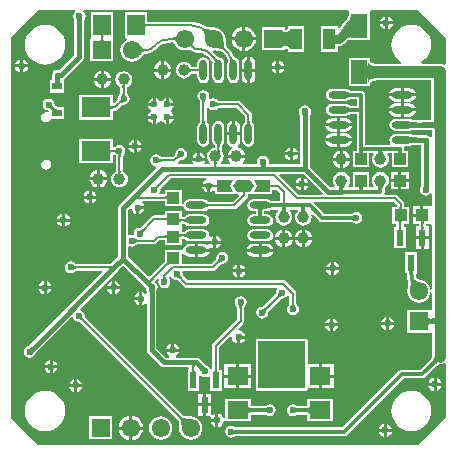
<source format=gbl>
%FSTAX23Y23*%
%MOIN*%
%SFA1B1*%

%IPPOS*%
%ADD10C,0.011810*%
%ADD15C,0.039370*%
%ADD23R,0.039370X0.039370*%
%ADD25R,0.039370X0.070870*%
%ADD26R,0.039370X0.039370*%
%ADD29R,0.055120X0.078740*%
%ADD38C,0.039370*%
%ADD39C,0.007870*%
%ADD40C,0.035430*%
%ADD41C,0.015750*%
%ADD43C,0.013780*%
%ADD44C,0.061020*%
%ADD45R,0.061020X0.061020*%
%ADD46R,0.061020X0.061020*%
%ADD47C,0.023620*%
%ADD48R,0.032680X0.024800*%
%ADD49O,0.023620X0.070080*%
%ADD50R,0.094490X0.066930*%
%ADD51R,0.070870X0.059060*%
%ADD52O,0.070080X0.023620*%
%ADD53R,0.003940X0.003940*%
%ADD54R,0.023620X0.055120*%
%ADD55R,0.059060X0.070870*%
%ADD56C,0.031500*%
%LNstepperpcb-1*%
%LPD*%
G36*
X01402Y00769D02*
X01402Y00769D01*
X01401Y00769*
X01401Y00768*
X014Y00767*
X014Y00767*
X01399Y00766*
X01399Y00764*
X01399Y00763*
X01399Y00761*
X01391*
X01391Y00763*
X01391Y00764*
X01391Y00766*
X01391Y00767*
X0139Y00767*
X0139Y00768*
X01389Y00769*
X01389Y00769*
X01388Y00769*
X01387Y00769*
X01403*
X01402Y00769*
G37*
G36*
X01146Y012D02*
X01147Y01199D01*
X01149Y01199*
X0115Y01198*
X01152Y01198*
X01153Y01197*
X01155Y01197*
X01157Y01197*
X01161Y01197*
Y01185*
X01159Y01185*
X01155Y01184*
X01153Y01184*
X01152Y01184*
X0115Y01183*
X01149Y01183*
X01147Y01182*
X01146Y01181*
X01145Y0118*
Y01201*
X01146Y012*
G37*
G36*
X01439Y00314D02*
X01439Y00315D01*
X0144Y00315*
X0144Y00316*
X0144Y00317*
X0144Y00318*
X0144Y00318*
X01452Y00307*
X01451Y00307*
X01451Y00306*
X0145Y00306*
X01449Y00306*
X01449Y00305*
X01448Y00305*
X01452Y00301*
X0145Y003*
X01448Y003*
X01445Y00299*
X01443Y00297*
X01439Y00295*
X01436Y00292*
X01428Y00286*
X0142Y00277*
X01411Y00286*
X01416Y0029*
X01429Y00306*
X01431Y00309*
X01432Y00312*
X01434Y00314*
X01434Y00316*
X01435Y00318*
X01439Y00314*
G37*
G36*
X01414Y00451D02*
X01414Y00449D01*
X01415Y00448*
X01416Y00447*
X01418Y00446*
X01419Y00446*
X01421Y00445*
X01431Y00446*
X01434Y00447*
X01437Y00447*
X01439Y00448*
X0144Y00449*
Y00424*
X01439Y00425*
X01437Y00426*
X01434Y00426*
X01431Y00427*
X01428Y00427*
X01422Y00428*
X01421Y00428*
X01419Y00427*
X01418Y00427*
X01416Y00426*
X01415Y00425*
X01414Y00424*
X01414Y00422*
X01414Y00421*
Y00428*
X01401Y00429*
Y00444*
X01407Y00444*
X01414Y00445*
Y00452*
X01414Y00451*
G37*
G36*
X00766Y00076D02*
X00767Y00076D01*
X00768Y00075*
X00768Y00075*
X00769Y00075*
X0077Y00075*
X00771Y00075*
X00772Y00074*
X00775Y00074*
Y00062*
X00773Y00062*
X00771Y00062*
X0077Y00062*
X00769Y00062*
X00768Y00062*
X00768Y00061*
X00767Y00061*
X00766Y00061*
X00766Y0006*
Y00077*
X00766Y00076*
G37*
G36*
X01399Y00748D02*
X01399Y00747D01*
X01399Y00745*
X014Y00744*
X014Y00743*
X01401Y00743*
X01401Y00742*
X01402Y00742*
X01402Y00742*
X01403Y00742*
X01387*
X01388Y00742*
X01389Y00742*
X01389Y00742*
X0139Y00743*
X0139Y00743*
X01391Y00744*
X01391Y00745*
X01391Y00747*
X01391Y00748*
X01391Y00749*
X01399*
X01399Y00748*
G37*
G36*
X01212Y01302D02*
X01214Y01299D01*
X01216Y01296*
X01218Y01293*
X01222Y01291*
X01226Y01289*
X01231Y01288*
X01237Y01287*
X01244Y01287*
X01251Y01286*
Y01247*
X01244Y01247*
X01237Y01246*
X01231Y01245*
X01226Y01244*
X01222Y01242*
X01218Y0124*
X01216Y01237*
X01214Y01234*
X01212Y01231*
X01212Y01227*
Y01306*
X01212Y01302*
G37*
G36*
X01146Y0115D02*
X01147Y01149D01*
X01149Y01149*
X0115Y01148*
X01152Y01148*
X01153Y01147*
X01155Y01147*
X01157Y01147*
X01161Y01147*
Y01135*
X01159Y01135*
X01155Y01134*
X01153Y01134*
X01152Y01134*
X0115Y01133*
X01149Y01133*
X01147Y01132*
X01146Y01131*
X01145Y0113*
Y01151*
X01146Y0115*
G37*
G36*
X01196Y01005D02*
X01196Y01003D01*
X01196Y01001*
X01197Y01*
X01197Y00999*
X01198Y00998*
X01199Y00997*
X012Y00996*
X01201Y00996*
X01202Y00996*
X01178*
X01179Y00996*
X0118Y00996*
X01181Y00997*
X01182Y00998*
X01183Y00999*
X01183Y01*
X01184Y01001*
X01184Y01003*
X01184Y01005*
X01184Y01007*
X01196*
X01196Y01005*
G37*
G36*
X01326Y01005D02*
X01326Y01003D01*
X01326Y01001*
X01327Y01*
X01327Y00999*
X01328Y00997*
X01329Y00997*
X0133Y00996*
X01331Y00996*
X01332Y00996*
X01308*
X01309Y00996*
X0131Y00996*
X01311Y00997*
X01312Y00997*
X01313Y00999*
X01313Y01*
X01314Y01001*
X01314Y01003*
X01314Y01005*
X01314Y01007*
X01326*
X01326Y01005*
G37*
G36*
X01261Y01005D02*
X01261Y01003D01*
X01261Y01001*
X01262Y00999*
X01262Y00998*
X01263Y00996*
X01264Y00995*
X01265Y00994*
X01266Y00993*
X01267Y00992*
X01243*
X01244Y00993*
X01245Y00994*
X01246Y00995*
X01247Y00996*
X01248Y00998*
X01248Y00999*
X01249Y01001*
X01249Y01003*
X01249Y01005*
X01249Y01007*
X01261*
X01261Y01005*
G37*
G36*
X01415Y00884D02*
X01399D01*
X01399Y00884*
X01399Y00884*
X01399Y00885*
X01399Y00886*
X01399Y0089*
X01399Y00891*
X01415*
X01415Y00884*
G37*
G36*
X01358Y011D02*
X01359Y011D01*
X0136Y011*
X01362Y01099*
X01364Y01099*
X01368Y01099*
X01373Y01099*
X01376Y01099*
Y01083*
X01373Y01083*
X01362Y01082*
X0136Y01082*
X01359Y01081*
X01358Y01081*
X01357Y0108*
Y01101*
X01358Y011*
G37*
G36*
X01438Y01077D02*
X01437Y01078D01*
X01435Y01079*
X01432Y0108*
X01428Y01081*
X01424Y01081*
X01414Y01082*
X01402Y01083*
X01395Y01083*
Y01099*
X01402Y01099*
X01424Y011*
X01428Y01101*
X01432Y01101*
X01435Y01102*
X01437Y01103*
X01438Y01105*
Y01077*
G37*
G36*
X01358Y0105D02*
X01359Y0105D01*
X0136Y0105*
X01362Y01049*
X01364Y01049*
X01368Y01049*
X01373Y01049*
X01376Y01049*
Y01033*
X01373Y01033*
X01362Y01032*
X0136Y01032*
X01359Y01031*
X01358Y01031*
X01357Y0103*
Y01051*
X01358Y0105*
G37*
G36*
X01472Y01381D02*
Y01293D01*
X01467Y0129*
X01466Y01291*
X01459Y01293*
X01452Y01294*
X01392*
X01391Y01299*
X01395Y01302*
X01405Y0131*
X01414Y0132*
X0142Y01332*
X01424Y01345*
X01425Y01358*
X01424Y01371*
X0142Y01384*
X01414Y01395*
X01405Y01405*
X01395Y01414*
X01384Y0142*
X01371Y01424*
X01358Y01425*
X01345Y01424*
X01332Y0142*
X0132Y01414*
X0131Y01405*
X01302Y01395*
X01296Y01384*
X01292Y01371*
X01291Y01358*
X01292Y01345*
X01296Y01332*
X01302Y0132*
X0131Y0131*
X0132Y01302*
X01325Y01299*
X01324Y01294*
X01248*
X01244Y01295*
X01238Y01295*
X01233Y01296*
X01229Y01297*
X01225Y01298*
X01223Y013*
X01222Y01301*
X01221Y01302*
X0122Y01304*
X0122Y01307*
Y01314*
X01212*
X01212Y01314*
X01212Y01314*
X01149*
Y01219*
X01212*
X01212Y01219*
X01212Y01219*
X0122*
Y01227*
X0122Y01229*
X01221Y01231*
X01222Y01232*
X01223Y01233*
X01225Y01235*
X01229Y01236*
X01233Y01237*
X01238Y01238*
X01244Y01239*
X01248Y01239*
X01424*
Y01108*
X01424Y01108*
X01403Y01107*
X01369*
X01368Y01107*
X01364Y01107*
X01363Y01107*
X01362Y01107*
X01362Y01108*
X01362Y01108*
X01361Y01108*
X01359Y01109*
X01351Y01111*
X01305*
X01297Y01109*
X01291Y01105*
X01286Y01098*
X01285Y01091*
X01286Y01083*
X01291Y01076*
X01297Y01072*
X01305Y01071*
X01351*
X01359Y01072*
X01361Y01073*
X01362Y01074*
X01362Y01074*
X01362Y01074*
X01363Y01074*
X01371Y01075*
X01404*
X01414Y01074*
X01423Y01073*
X01426Y01073*
Y01051*
X01426Y0105*
X01419Y01051*
X01418Y01052*
X01413Y01055*
X01407Y01057*
X01369*
X01368Y01057*
X01364Y01057*
X01363Y01057*
X01362Y01057*
X01362Y01058*
X01362Y01058*
X01361Y01058*
X01359Y01059*
X01351Y01061*
X01305*
X01297Y01059*
X01291Y01055*
X01286Y01048*
X01285Y01041*
X01286Y01033*
X01288Y0103*
X01286Y01025*
X01204*
Y01141*
Y01191*
X01203Y01196*
X012Y01201*
X01195Y01204*
X0119Y01205*
X01158*
X01158Y01205*
X01156Y01205*
X01155Y01205*
X01154Y01205*
X01153Y01206*
X01152Y01206*
X01151Y01206*
X0115Y01207*
X01149Y01207*
X01149Y01208*
X01147Y01209*
X01139Y01211*
X01092*
X01085Y01209*
X01078Y01205*
X01074Y01198*
X01072Y01191*
X01074Y01183*
X01078Y01176*
X01085Y01172*
X01092Y01171*
X01139*
X01147Y01172*
X01149Y01174*
X01149Y01174*
X0115Y01174*
X01151Y01175*
X01152Y01175*
X01153Y01176*
X01154Y01176*
X01155Y01176*
X01156Y01176*
X01158Y01177*
X01176*
Y01155*
X01158*
X01158Y01155*
X01156Y01155*
X01155Y01155*
X01154Y01155*
X01153Y01156*
X01152Y01156*
X01151Y01156*
X0115Y01157*
X01149Y01157*
X01149Y01158*
X01147Y01159*
X01139Y01161*
X01092*
X01085Y01159*
X01078Y01155*
X01074Y01148*
X01072Y01141*
X01074Y01133*
X01078Y01126*
X01085Y01122*
X01092Y01121*
X01139*
X01147Y01122*
X01149Y01124*
X01149Y01124*
X0115Y01124*
X01151Y01125*
X01152Y01125*
X01153Y01126*
X01154Y01126*
X01155Y01126*
X01156Y01126*
X01158Y01127*
X01176*
Y01011*
Y01005*
X01176Y01004*
X01176Y01004*
X01162*
Y00949*
X01218*
Y00997*
X0123*
X01233Y00992*
X01231Y0099*
X01228Y00983*
X01227Y00976*
X01228Y00969*
X01231Y00962*
X01235Y00956*
X01241Y00952*
X01248Y00949*
X01255Y00948*
X01262Y00949*
X01269Y00952*
X01275Y00956*
X01279Y00962*
X01282Y00969*
X01283Y00976*
X01282Y00983*
X01279Y0099*
X01277Y00992*
X0128Y00997*
X01292*
Y00949*
X01348*
Y01004*
X01334*
X01334Y01004*
X01334Y01005*
Y01011*
X01333Y01016*
X01336Y01021*
X01351*
X01359Y01022*
X01361Y01023*
X01362Y01024*
X01362Y01024*
X01362Y01024*
X01363Y01024*
X01371Y01025*
X01391*
Y00887*
X01388Y00883*
X01387Y00875*
X01388Y00868*
X01393Y00861*
X01399Y00857*
X01407Y00855*
X01415Y00857*
X01421Y00861*
X01421Y00862*
X01426Y0086*
Y00822*
X01423Y00819*
X01421*
X01398*
Y00789*
X01393*
Y00784*
X01364*
Y00759*
X01383*
Y00752*
X01373*
Y00719*
X01395*
X01417*
Y00752*
X01407*
Y00759*
X01421*
X01423*
X01426Y00756*
Y00542*
X01421Y00541*
X01421Y00547*
X01417Y00556*
X01411Y00564*
X01403Y0057*
X01393Y00574*
X0139Y00574*
X0139Y00574*
X01386Y00575*
X01383Y00576*
X01381Y00577*
X01378Y00578*
X01377Y00579*
X01376Y0058*
X01375Y00581*
X01374Y00582*
X01374Y00582*
X01373Y00584*
X01372Y00592*
X01376Y00596*
X01377*
Y00667*
X01338*
Y00596*
X01344*
X01345Y00578*
X01347Y00573*
Y00573*
X01347Y00573*
Y00573*
X01347Y00571*
X01348Y00569*
X01348Y00565*
X01348Y00562*
X01346Y00548*
X01346Y00547*
X01346Y00547*
X01346Y00546*
X01345Y00544*
X01345Y00543*
X01345Y00537*
X01346Y00526*
X0135Y00517*
X01356Y00509*
X01364Y00503*
X01373Y00499*
X01383Y00498*
X01393Y00499*
X01403Y00503*
X01411Y00509*
X01417Y00517*
X01421Y00526*
X01421Y00532*
X01426Y00531*
Y00476*
X01422Y00475*
X01345*
Y00398*
X01422*
X01426Y00397*
Y00318*
X01426Y00318*
X01426Y00318*
X01426Y00317*
X01425Y00315*
X01424Y00313*
X01422Y0031*
X0141Y00296*
X01389Y00275*
X01326*
X01321Y00274*
X01316Y00271*
X01128Y00082*
X00772*
X00772Y00082*
X00772Y00083*
X00772Y00083*
Y00083*
X00765Y00087*
X00757Y00088*
X0075Y00087*
X00743Y00083*
X00739Y00076*
X00737Y00068*
X00739Y00061*
X00743Y00054*
X0075Y0005*
X00757Y00048*
X00765Y0005*
X00772Y00054*
X00772Y00054*
X00772Y00054*
X00773Y00054*
X01133*
X01139Y00055*
X01143Y00058*
X01332Y00247*
X01395*
X01401Y00248*
X01405Y00251*
X01429Y00275*
X01434Y0028*
X01441Y00286*
X01444Y00288*
X01447Y0029*
X01449Y00291*
X01451Y00292*
X01452Y00293*
X01452Y00293*
X01452*
X01453Y00293*
X01453Y00293*
X01453*
X01459Y00293*
X01465Y00296*
X01467Y00297*
X01472Y00295*
Y00114*
X01381Y00023*
X00114*
X00023Y00114*
Y01379*
Y01381*
X00114Y01472*
X00237*
X00238Y01467*
X00237Y01466*
X00233Y0146*
X00231Y01452*
X00233Y01445*
X00235Y01441*
Y01325*
X00184Y01273*
X00177*
X00171Y01272*
X00165Y01269*
X00162Y01264*
X00161Y01257*
Y01239*
X00152*
Y01198*
X00201*
Y01239*
X002*
X00199Y01244*
X00202Y01246*
X00263Y01307*
X00266Y01312*
X00268Y01318*
Y01441*
X0027Y01445*
X00272Y01452*
X0027Y0146*
X00266Y01466*
X00265Y01467*
X00266Y01472*
X01145*
X01149Y01469*
Y01467*
Y01461*
X01149Y01461*
X01149Y01458*
X01148Y01455*
X01147Y01451*
X01145Y01447*
X01142Y01442*
X01139Y01437*
X01135Y01432*
X01126Y01422*
X01116Y01412*
X01112Y01414*
Y01421*
X01057*
Y01334*
X01112*
Y01353*
X01116*
X01125Y01355*
X01133Y0136*
X01143Y01371*
X01144Y01371*
X01145Y01372*
X01147Y01373*
X01149Y01373*
X0115Y01374*
X01153Y01374*
X01155Y01374*
X01157Y01374*
X01157Y01374*
X0122*
Y01467*
Y01469*
X01224Y01472*
X01381*
X01472Y01381*
G37*
G36*
X01157Y01382D02*
X01154Y01382D01*
X01152Y01382*
X01149Y01381*
X01147Y01381*
X01144Y0138*
X01142Y01379*
X0114Y01378*
X01138Y01377*
X01136Y01376*
X01135Y01374*
X01124Y01408*
X0113Y01414*
X01141Y01427*
X01145Y01432*
X01149Y01438*
X01152Y01443*
X01154Y01448*
X01156Y01452*
X01157Y01457*
X01157Y01461*
Y01382*
G37*
G36*
X01366Y0058D02*
X01367Y00577D01*
X01368Y00575*
X0137Y00574*
X01372Y00572*
X01375Y00571*
X01378Y00569*
X01381Y00568*
X01384Y00567*
X01388Y00567*
X01353Y00542*
X01354Y00546*
X01356Y00561*
X01356Y00565*
X01356Y0057*
X01355Y00573*
X01355Y00575*
X01365Y00582*
X01366Y0058*
G37*
%LNstepperpcb-2*%
%LPC*%
G36*
X011Y00293D02*
X0106D01*
Y00258*
X011*
Y00293*
G37*
G36*
X00824D02*
X00784D01*
Y00258*
X00824*
Y00293*
G37*
G36*
X00774D02*
X00734D01*
Y00258*
X00774*
Y00293*
G37*
G36*
X01442Y00247D02*
Y00231D01*
X01458*
X01457Y00234*
X01452Y00242*
X01445Y00246*
X01442Y00247*
G37*
G36*
X01315Y009D02*
X0129D01*
Y00876*
X01315*
Y009*
G37*
G36*
X0135D02*
X01325D01*
Y00876*
X0135*
Y009*
G37*
G36*
X01432Y00247D02*
X01428Y00246D01*
X01421Y00242*
X01416Y00234*
X01415Y00231*
X01432*
Y00247*
G37*
G36*
X00361Y0057D02*
X00357Y00569D01*
X0035Y00564*
X00345Y00557*
X00344Y00554*
X00361*
Y0057*
G37*
G36*
X00142Y00569D02*
Y00553D01*
X00158*
X00157Y00557*
X00152Y00564*
X00145Y00569*
X00142Y00569*
G37*
G36*
X00152Y0028D02*
X00136D01*
X00136Y00276*
X00141Y00269*
X00148Y00264*
X00152Y00264*
Y0028*
G37*
G36*
X00158Y00543D02*
X00142D01*
Y00527*
X00145Y00528*
X00152Y00532*
X00157Y0054*
X00158Y00543*
G37*
G36*
X00282Y00845D02*
X00266D01*
X00266Y00841*
X00271Y00834*
X00278Y00829*
X00282Y00829*
Y00845*
G37*
G36*
X00152Y00306D02*
X00148Y00305D01*
X00141Y00301*
X00136Y00293*
X00136Y0029*
X00152*
Y00306*
G37*
G36*
X00557Y00361D02*
X00554Y00361D01*
X00547Y00356*
X00542Y00349*
X00541Y00345*
X00557*
Y00361*
G37*
G36*
X00162Y00306D02*
Y0029D01*
X00178*
X00178Y00293*
X00173Y00301*
X00165Y00305*
X00162Y00306*
G37*
G36*
X00371Y0057D02*
Y00554D01*
X00387*
X00386Y00557*
X00381Y00564*
X00374Y00569*
X00371Y0057*
G37*
G36*
X00678Y00882D02*
X00661D01*
X00662Y00879*
X00667Y00872*
X00674Y00867*
X00678Y00866*
Y00882*
G37*
G36*
X00178Y0028D02*
X00162D01*
Y00264*
X00165Y00264*
X00173Y00269*
X00178Y00276*
X00178Y0028*
G37*
G36*
X00292Y00871D02*
Y00855D01*
X00308*
X00307Y00858*
X00303Y00866*
X00295Y0087*
X00292Y00871*
G37*
G36*
X00308Y00845D02*
X00292D01*
Y00829*
X00295Y00829*
X00303Y00834*
X00307Y00841*
X00308Y00845*
G37*
G36*
X00282Y00871D02*
X00278Y0087D01*
X00271Y00866*
X00266Y00858*
X00266Y00855*
X00282*
Y00871*
G37*
G36*
X00245Y00243D02*
Y00227D01*
X00261*
X0026Y0023*
X00255Y00238*
X00248Y00242*
X00245Y00243*
G37*
G36*
X00361Y00544D02*
X00344D01*
X00345Y0054*
X0035Y00533*
X00357Y00528*
X00361Y00527*
Y00544*
G37*
G36*
X00774Y00248D02*
X00734D01*
Y00214*
X00774*
Y00248*
G37*
G36*
X01154Y00971D02*
X0113D01*
Y00947*
X01133Y00947*
X0114Y0095*
X01146Y00955*
X01151Y00961*
X01154Y00968*
X01154Y00971*
G37*
G36*
X00141Y00975D02*
X00135Y00974D01*
X00129Y0097*
X00125Y00965*
X00124Y00958*
X00125Y00952*
X00129Y00946*
X00135Y00942*
X00141Y00941*
X00148Y00942*
X00153Y00946*
X00157Y00952*
X00158Y00958*
X00157Y00965*
X00153Y0097*
X00148Y00974*
X00141Y00975*
G37*
G36*
X0112Y00971D02*
X01096D01*
X01096Y00968*
X01099Y00961*
X01104Y00955*
X0111Y0095*
X01117Y00947*
X0112Y00947*
Y00971*
G37*
G36*
X00387Y00544D02*
X00371D01*
Y00527*
X00374Y00528*
X00381Y00533*
X00386Y0054*
X00387Y00544*
G37*
G36*
X00979Y00989D02*
X00963D01*
Y00972*
X00967Y00973*
X00974Y00978*
X00979Y00985*
X00979Y00989*
G37*
G36*
X01458Y00221D02*
X01442D01*
Y00205*
X01445Y00205*
X01452Y0021*
X01457Y00217*
X01458Y00221*
G37*
G36*
X00953Y00989D02*
X00937D01*
X00938Y00985*
X00942Y00978*
X0095Y00973*
X00953Y00972*
Y00989*
G37*
G36*
X01003Y01156D02*
X00996Y01155D01*
X00989Y0115*
X00985Y01144*
X00983Y01136*
X00985Y01128*
X00987Y01125*
X00987Y01123*
Y0096*
X00886*
X00883Y00964*
X00884Y00968*
X00882Y00976*
X00878Y00982*
X00871Y00987*
X00864Y00988*
X00856Y00987*
X00849Y00982*
X00845Y00976*
X00844Y00968*
X00844Y00964*
X00841Y0096*
X00799*
X00797Y00965*
X00801Y00971*
X00804Y00978*
X00805Y00981*
X00775*
X00746*
X00747Y00978*
X0075Y00971*
X00754Y00965*
X00752Y0096*
X00725*
X00723Y00965*
X00724Y00966*
X00729Y00972*
X00731Y00979*
X00732Y00986*
X00731Y00993*
X00729Y00998*
X00729Y01*
X00727Y01003*
X00727Y01005*
X00727Y01005*
Y01006*
X00727Y01008*
X00727Y0101*
X00727Y01011*
X00727*
Y01013*
Y01021*
X00727Y01021*
X00727Y01022*
X00729Y01023*
X00734Y0103*
X00735Y01037*
Y01084*
X00734Y01091*
X00729Y01098*
X00723Y01102*
X00715Y01104*
X00707Y01102*
X00701Y01098*
X00697Y01091*
X00695Y01084*
Y01037*
X00697Y0103*
X00701Y01023*
X00703Y01022*
X00703Y0102*
Y01013*
X00697Y01013*
X00691Y0101*
X00685Y01005*
X00681Y01*
X00678Y00993*
X00677Y00986*
X00678Y00979*
X00681Y00972*
X00685Y00966*
X00686Y00965*
X00684Y0096*
X0067*
X00668Y00965*
X0067Y00967*
X0067Y00971*
X00628*
X00629Y00967*
X0063Y00965*
X00628Y0096*
X00581*
X00579Y00965*
X00586Y00973*
X00587Y00973*
X00587Y00973*
X00587Y00973*
X00588Y00973*
X00588Y00974*
X00589Y00974*
X00589Y00974*
X0059Y00974*
X00598Y00975*
X00604Y00979*
X00609Y00986*
X0061Y00994*
X00609Y01001*
X00604Y01008*
X00598Y01012*
X0059Y01014*
X00582Y01012*
X00576Y01008*
X00572Y01001*
X0057Y00994*
X0057Y00993*
X0057Y00992*
X0057Y00992*
X0057Y00991*
X0057Y00991*
X0057Y0099*
X00569Y0099*
X00569Y0099*
X00563Y00984*
X00525*
X00524Y00984*
X00524Y00984*
X00524Y00984*
X00523Y00984*
X00523Y00985*
X00522Y00985*
X00522Y00985*
X00522Y00986*
X00515Y0099*
X00507Y00992*
X005Y0099*
X00493Y00986*
X00489Y0098*
X00487Y00972*
X00489Y00964*
X00493Y00958*
X005Y00953*
X00505Y00952*
X00507Y00947*
X00419Y00859*
X00386Y00826*
X00382Y00821*
X00381Y00814*
Y00652*
X00358Y00628*
X00349Y00628*
X0024*
X0024Y00628*
X00239Y00628*
X00239Y00628*
X00239Y00628*
X00238Y00628*
X00238Y00629*
X00238Y00629*
X00237Y0063*
X00231Y00634*
X00223Y00636*
X00215Y00634*
X00209Y0063*
X00204Y00623*
X00203Y00616*
X00204Y00608*
X00209Y00601*
X00215Y00597*
X00223Y00596*
X00231Y00597*
X00237Y00601*
X00238Y00602*
X00238Y00603*
X00238Y00603*
X00239Y00603*
X00239Y00603*
X00239Y00603*
X0024Y00604*
X0024Y00604*
X00326*
X00328Y00599*
X00083Y00354*
X00078Y00353*
X00072Y00348*
X00068Y00342*
X00066Y00334*
X00068Y00326*
X00072Y0032*
X00078Y00316*
X00086Y00314*
X00094Y00316*
X001Y0032*
X00105Y00326*
X00105Y00331*
X00107Y00332*
X00225Y0045*
X0023Y00449*
X0023Y00447*
X00235Y0044*
X00241Y00436*
X00249Y00434*
X0025Y00434*
X0025Y00434*
X00251Y00434*
X00251Y00434*
X00251Y00434*
X00252Y00434*
X00252Y00434*
X00252Y00433*
X0058Y00106*
X0058Y00106*
X00581Y00105*
X00582Y00103*
X00582Y00101*
X00583Y00099*
X00583Y00096*
X00584Y00085*
X00584Y00082*
X00584Y0008*
X00585Y0007*
X00589Y00061*
X00595Y00053*
X00603Y00047*
X00613Y00043*
X00623Y00041*
X00633Y00043*
X00642Y00047*
X0065Y00053*
X00656Y00061*
X0066Y0007*
X00661Y0008*
X0066Y0009*
X00656Y001*
X0065Y00108*
X00642Y00114*
X00633Y00118*
X00623Y00119*
X00621Y00119*
X00618Y00119*
X0061Y00119*
X00607Y0012*
X00604Y0012*
X00602Y00121*
X006Y00121*
X00598Y00122*
X00597Y00123*
X00597Y00123*
X00269Y0045*
X00269Y00451*
X00269Y00451*
X00269Y00451*
X00269Y00452*
X00269Y00452*
X00269Y00453*
X00269Y00453*
X00269Y00454*
X00267Y00462*
X00263Y00468*
X00256Y00473*
X00254Y00473*
X00253Y00478*
X00379Y00604*
X00397Y00622*
X00468Y00551*
X00472Y00547*
X00473Y00543*
X00475Y00539*
X00476Y00538*
Y0053*
X00471Y00528*
X00465Y00532*
X00461Y00533*
Y00511*
Y0049*
X00465Y00491*
X00471Y00495*
X00476Y00493*
Y0034*
X00477Y00334*
X0048Y00329*
X00522Y00287*
X00527Y00284*
X00533Y00283*
X00615*
X00617Y0028*
X00615Y00275*
X00612*
Y00204*
X00651*
Y00254*
X00656Y00256*
X00657Y00255*
X00663Y00251*
X00671Y00249*
X00678Y00251*
X00682Y00253*
X00687Y0025*
Y00204*
X00726*
Y00275*
X00718*
Y00349*
X00755Y00386*
X00759Y00384*
X0076Y00383*
X00761Y00375*
X00766Y00368*
X00773Y00363*
X00777Y00362*
Y00383*
X00782*
Y00388*
X00803*
X00802Y00392*
X00798Y00399*
X0079Y00404*
X00782Y00406*
X00781Y00406*
X0078Y0041*
X00797Y00428*
X008Y00432*
X00801Y00437*
Y00482*
X00801Y00483*
X00801Y00483*
X00801Y00483*
X00801Y00484*
X00802Y00484*
X00802Y00484*
X00802Y00485*
X00803Y00485*
X00807Y00492*
X00809Y005*
X00807Y00507*
X00803Y00514*
X00797Y00518*
X00789Y0052*
X00781Y00518*
X00775Y00514*
X0077Y00507*
X00769Y005*
X0077Y00492*
X00775Y00485*
X00776Y00485*
X00776Y00484*
X00776Y00484*
X00776Y00484*
X00777Y00483*
X00777Y00483*
X00777Y00483*
X00777Y00482*
Y00442*
X00698Y00362*
X00695Y00358*
X00694Y00354*
Y00279*
X0069Y00277*
X00689Y00277*
X00685Y00283*
X00678Y00288*
X00674Y00289*
X00673Y0029*
X00653Y0031*
X00647Y00314*
X00641Y00315*
X00574*
X00574Y00316*
X00575Y00322*
X00578Y00324*
X00583Y00332*
X00584Y00335*
X00541*
X00542Y00332*
X00547Y00324*
X0055Y00322*
X00551Y00316*
X0055Y00315*
X0054*
X00508Y00347*
Y00539*
X0051Y00543*
X00512Y00551*
X0051Y00558*
X00506Y00565*
X00505Y00565*
X00505Y0057*
X00514Y0058*
X00518Y00577*
X00516Y00574*
X00515Y00566*
X00516Y00559*
X00521Y00552*
X00527Y00548*
X00535Y00546*
X00543Y00548*
X00549Y00552*
X00553Y00559*
X00555Y00566*
X00553Y00574*
X00549Y00581*
X00551Y00585*
X00553Y00587*
X00558Y00585*
X00558Y00584*
X00562Y00578*
X00569Y00573*
X00576Y00572*
X00577Y00572*
X00578Y00572*
X00578Y00572*
X00579Y00572*
X00579Y00572*
X00579Y00572*
X0058Y00571*
X0058Y00571*
X00599Y00552*
X00603Y00549*
X00608Y00548*
X00909*
X00911Y00543*
X00908Y00539*
X00907Y00531*
X00907Y0053*
X00907Y0053*
X00907Y00529*
X00907Y00529*
X00906Y00528*
X00906Y00528*
X00906Y00528*
X00906Y00527*
X00864Y00486*
X00864Y00486*
X00864Y00485*
X00863Y00485*
X00863Y00485*
X00863Y00485*
X00862Y00485*
X00862Y00485*
X00861Y00485*
X00853Y00484*
X00847Y00479*
X00842Y00473*
X00841Y00465*
X00842Y00457*
X00847Y00451*
X00853Y00447*
X00861Y00445*
X00868Y00447*
X00875Y00451*
X00879Y00457*
X00881Y00465*
X00881Y00466*
X00881Y00466*
X00881Y00467*
X00881Y00467*
X00881Y00468*
X00881Y00468*
X00881Y00468*
X00882Y00469*
X00923Y0051*
X00923Y0051*
X00924Y00511*
X00924Y00511*
X00924Y00511*
X00925Y00511*
X00925Y00511*
X00926Y00511*
X00927Y00511*
X00934Y00512*
X00941Y00517*
X00943Y00519*
X00949Y00521*
X00951Y00519*
Y00494*
X00951Y00494*
X00951Y00493*
X00951Y00493*
X00951Y00493*
X0095Y00492*
X0095Y00492*
X0095Y00492*
X00949Y00491*
X00945Y00485*
X00943Y00477*
X00945Y00469*
X00949Y00463*
X00955Y00458*
X00963Y00457*
X00971Y00458*
X00977Y00463*
X00982Y00469*
X00983Y00477*
X00982Y00485*
X00977Y00491*
X00976Y00492*
X00976Y00492*
X00976Y00492*
X00976Y00493*
X00975Y00493*
X00975Y00493*
X00975Y00494*
X00975Y00494*
Y00528*
X00974Y00533*
X00972Y00537*
X00939Y00569*
X00935Y00572*
X00931Y00573*
X00613*
X00597Y00588*
X00597Y00589*
X00597Y00589*
X00597Y00589*
X00596Y0059*
X00596Y0059*
X00596Y00591*
X00596Y00591*
X00596Y00592*
X00595Y00599*
X00598Y00604*
X00696*
X00701Y00605*
X00705Y00607*
X00724Y00626*
X00724Y00627*
X00725Y00627*
X00725Y00627*
X00725Y00627*
X00726Y00627*
X00726Y00627*
X00727Y00627*
X00728Y00627*
X00736Y00629*
X00742Y00633*
X00746Y00639*
X00748Y00647*
X00746Y00655*
X00742Y00661*
X00736Y00666*
X00728Y00667*
X0072Y00666*
X00714Y00661*
X00709Y00655*
X00708Y00647*
X00708Y00646*
X00708Y00646*
X00708Y00645*
X00708Y00645*
X00708Y00644*
X00707Y00644*
X00707Y00644*
X00707Y00643*
X00691Y00628*
X00592*
Y00666*
X00597Y00666*
X00597Y00664*
X00602Y00657*
X00609Y00652*
X00618Y0065*
X00636*
Y00673*
Y00695*
X00618*
X00609Y00693*
X00602Y00688*
X00597Y00681*
X00596Y00676*
X00592Y00675*
X00591*
X00537*
Y00637*
X00535Y00635*
X00486Y00586*
X0048Y00585*
X00413Y00652*
Y00684*
X00418Y00687*
X00419Y00686*
X00427Y00684*
X00434Y00686*
X00441Y0069*
X00441Y00691*
X00442Y00691*
X00442Y00691*
X00443Y00692*
X00443Y00692*
X00443Y00692*
X00444Y00692*
X00444Y00692*
X005*
X00504Y00693*
X00508Y00696*
X00518Y00706*
X00537*
Y0069*
X00592*
Y0071*
X00601*
X00602Y0071*
X00602Y0071*
X00604Y00708*
X0061Y00704*
X00618Y00702*
X00664*
X00672Y00704*
X00676Y00707*
X00678Y00705*
X00697*
Y00722*
X00694Y00721*
X00689Y00717*
X00684Y0072*
X00685Y00723*
X00683Y0073*
X00679Y00737*
X00672Y00741*
X00664Y00743*
X00618*
X0061Y00741*
X00604Y00737*
X00602Y00735*
X00601Y00735*
X00592*
Y00746*
Y0075*
Y0076*
X00601*
X00602Y0076*
X00602Y0076*
X00604Y00758*
X0061Y00754*
X00618Y00752*
X00664*
X00672Y00754*
X00679Y00758*
X00683Y00765*
X00685Y00773*
X00683Y0078*
X00679Y00787*
X00672Y00791*
X00664Y00793*
X00618*
X0061Y00791*
X00604Y00787*
X00602Y00785*
X00601Y00785*
X00592*
Y00805*
X00537*
Y00789*
X00501*
X00497Y00788*
X00493Y00786*
X00456Y00749*
X00456Y00748*
X00455Y00748*
X00455Y00748*
X00455Y00748*
X00454Y00748*
X00454Y00748*
X00453Y00748*
X00452Y00748*
X00445Y00746*
X00438Y00742*
X00434Y00736*
X00432Y00728*
X00432Y00727*
X00429Y00724*
X00427Y00724*
X00419Y00723*
X00418Y00722*
X00413Y00724*
Y00808*
X00419Y00814*
X00425Y00812*
X00426Y00806*
X00431Y00799*
X00438Y00794*
X00441Y00793*
Y00814*
X00446*
Y00819*
X00468*
X00467Y00823*
X00462Y0083*
X00461Y00831*
X00463Y00836*
X00537*
Y0082*
X00592*
Y00875*
X00537*
Y0086*
X00521*
X00518Y00865*
X0052Y00868*
X00522Y00875*
X00521Y00878*
X00556Y00913*
X00672*
X00674Y00908*
X00674Y00908*
X00667Y00903*
X00662Y00896*
X00661Y00892*
X00683*
Y00887*
X00688*
Y00866*
X00691Y00867*
X00697Y00871*
X00701Y00869*
X00702Y00869*
Y00868*
X00703Y00865*
X00704Y00862*
X00707Y0086*
X0071Y0086*
X00764*
X00764Y0086*
X00764Y0086*
X00766Y0086*
X00767Y0086*
X00767Y0086*
X00767Y0086*
X0077Y00862*
X00774Y0086*
X00774Y0086*
X00775Y0086*
X00775Y0086*
X00776Y0086*
X00777Y0086*
X00781*
X00783Y00855*
X00762Y00835*
X00681*
X0068Y00835*
X0068Y00835*
X00679Y00837*
X00672Y00841*
X00664Y00843*
X00618*
X0061Y00841*
X00604Y00837*
X00599Y0083*
X00598Y00823*
X00599Y00815*
X00604Y00808*
X0061Y00804*
X00618Y00802*
X00664*
X00672Y00804*
X00679Y00808*
X0068Y0081*
X00681Y0081*
X00767*
X00772Y00811*
X00776Y00814*
X00809Y00847*
X00812Y00851*
X00813Y00856*
Y0086*
X0082*
X00821Y0086*
X00822Y0086*
X00823Y0086*
X00823Y0086*
X00825Y00861*
X00827Y00862*
X0083Y0086*
X0083Y0086*
X00831Y0086*
X00832Y0086*
X00833Y0086*
X00833Y0086*
X00834Y0086*
X00887*
X0089Y0086*
X00893Y00862*
X00895Y00865*
X00895Y00868*
Y00875*
X00908*
X00921Y00863*
Y00837*
X00896*
X00896Y00837*
X00894Y00837*
X00893Y00837*
X00892Y00837*
X00891Y00838*
X0089Y00838*
X00889Y00838*
X00888Y00839*
X00888Y00839*
X00887Y0084*
X00885Y00841*
X00877Y00843*
X00831*
X00823Y00841*
X00816Y00837*
X00812Y0083*
X00811Y00823*
X00812Y00815*
X00816Y00808*
X00823Y00804*
X00831Y00802*
X0084*
X0084Y00802*
X0084Y00801*
Y00794*
X0084Y00793*
X0084Y00793*
X00831*
X00823Y00791*
X00816Y00787*
X00812Y0078*
X00811Y00773*
X00812Y00765*
X00816Y00758*
X00823Y00754*
X00831Y00752*
X00877*
X00885Y00754*
X00891Y00758*
X00896Y00765*
X00897Y00773*
X00896Y0078*
X00891Y00787*
X00885Y00791*
X00877Y00793*
X00868*
X00868Y00793*
X00868Y00794*
Y00801*
X00868Y00802*
X00868Y00802*
X00877*
X00885Y00804*
X00887Y00805*
X00888Y00806*
X00888Y00806*
X00889Y00807*
X0089Y00807*
X00891Y00807*
X00892Y00808*
X00893Y00808*
X00894Y00808*
X00896Y00808*
X00912*
X00913Y00807*
X00914Y00803*
X00913Y00803*
X00908Y00797*
X00906Y0079*
X00905Y00783*
X00906Y00776*
X00908Y00769*
X00913Y00763*
X00919Y00759*
X00925Y00756*
X00933Y00755*
X0094Y00756*
X00946Y00759*
X00952Y00763*
X00957Y00769*
X00959Y00776*
X0096Y00783*
X00959Y0079*
X00957Y00797*
X00952Y00803*
X00951Y00803*
X00952Y00807*
X00953Y00808*
X00978*
X00979Y00807*
X0098Y00803*
X00979Y00803*
X00974Y00797*
X00971Y0079*
X0097Y00783*
X00971Y00776*
X00974Y00769*
X00979Y00763*
X00984Y00759*
X00991Y00756*
X00998Y00755*
X01005Y00756*
X01012Y00759*
X01018Y00763*
X01022Y00769*
X01025Y00776*
X01026Y00783*
X01025Y00789*
X01026Y00791*
X0103Y00792*
X01051Y00771*
X01055Y00768*
X01061Y00767*
X0116*
X0116Y00767*
X0116Y00767*
X01161Y00767*
X01161Y00767*
X01167Y00762*
X01175Y00761*
X01182Y00762*
X01189Y00767*
X01193Y00773*
X01195Y00781*
X01193Y00789*
X01189Y00795*
X01182Y008*
X01175Y00801*
X01167Y008*
X01161Y00795*
X01161Y00795*
X0116Y00795*
X0116Y00795*
X01159Y00795*
X01066*
X01032Y00829*
X01035Y00834*
X013*
X0131Y00823*
Y00816*
X01295*
Y00761*
X01308*
Y0075*
X01301*
Y00679*
X0134*
Y0075*
X01332*
Y00761*
X0135*
Y00816*
X01334*
Y00828*
X01333Y00833*
X01331Y00837*
X01313Y00854*
X01309Y00857*
X01305Y00858*
X0127*
X01268Y00863*
X01269Y00868*
Y00877*
X01269Y00878*
X01269Y00879*
X0127Y0088*
X0127Y00881*
X0127Y00881*
X01271Y00882*
X01271Y00882*
X01271Y00883*
X01272Y00883*
X01272Y00884*
X01273Y00884*
X01273Y00884*
X01275Y00886*
X01279Y00891*
X01282Y00898*
X01283Y00905*
X01282Y00912*
X01279Y00919*
X01275Y00925*
X01269Y00929*
X01262Y00932*
X01255Y00933*
X01248Y00932*
X01241Y00929*
X01235Y00925*
X01231Y00919*
X01228Y00912*
X01227Y00905*
X01228Y00898*
X01231Y00891*
X01235Y00887*
X01233Y00883*
X01232Y00882*
X01218*
Y00933*
X01162*
Y00882*
X01148*
X01147Y00883*
X01146Y00887*
X01149Y00891*
X01152Y00898*
X01153Y00905*
X01152Y00912*
X01149Y00919*
X01145Y00925*
X01139Y00929*
X01132Y00932*
X01125Y00933*
X01118Y00932*
X01111Y00929*
X01105Y00925*
X01101Y00919*
X01098Y00912*
X01097Y00905*
X01098Y00898*
X01101Y00891*
X01103Y00889*
X01101Y00884*
X01087*
X01019Y00951*
Y01125*
X01022Y01128*
X01024Y01136*
X01022Y01144*
X01018Y0115*
X01011Y01155*
X01003Y01156*
G37*
G36*
X01004Y00378D02*
X00847D01*
X00844Y00378*
X00841Y00376*
X00839Y00373*
X00839Y0037*
Y00213*
X00839Y0021*
X00841Y00207*
X00844Y00205*
X00847Y00205*
X01004*
X01007Y00205*
X0101Y00207*
X01012Y0021*
X01012Y00213*
Y00214*
X0105*
Y00253*
Y00293*
X01012*
Y0037*
X01012Y00373*
X0101Y00376*
X01007Y00378*
X01004Y00378*
G37*
G36*
X00362Y01045D02*
X00251D01*
Y00962*
X00362*
Y00991*
X00368*
X00368Y00991*
X00369Y00991*
X00369Y00991*
X00369Y00991*
X0037Y00991*
X0037Y0099*
X00371Y0099*
X00371Y00989*
X00372Y00989*
X00372Y00988*
X00373Y00988*
X00373Y00988*
X00373Y00987*
X00373Y00987*
X00373Y00986*
X00373Y00986*
Y00937*
X00373Y00936*
X00373Y00936*
X00373Y00936*
X00371Y00935*
X00366Y00931*
X00361Y00925*
X00358Y00918*
X00358Y00911*
X00358Y00904*
X00361Y00897*
X00366Y00891*
X00371Y00887*
X00378Y00884*
X00385Y00883*
X00393Y00884*
X00399Y00887*
X00405Y00891*
X00409Y00897*
X00412Y00904*
X00413Y00911*
X00412Y00918*
X00409Y00925*
X00405Y00931*
X00399Y00935*
X00398Y00936*
X00397Y00936*
X00397Y00936*
X00397Y00937*
Y00986*
X00397Y00986*
X00398Y00987*
X00398Y00987*
X00398Y00988*
X00398Y00988*
X00398Y00988*
X00399Y00989*
X004Y00989*
X00404Y00996*
X00405Y01003*
X00404Y01011*
X004Y01018*
X00393Y01022*
X00385Y01024*
X00378Y01022*
X00371Y01018*
X00371Y01017*
X0037Y01017*
X0037Y01016*
X00369Y01016*
X00369Y01016*
X00369Y01016*
X00368Y01016*
X00368Y01015*
X00362*
Y01045*
G37*
G36*
X00235Y00243D02*
X00231Y00242D01*
X00224Y00238*
X00219Y0023*
X00218Y00227*
X00235*
Y00243*
G37*
G36*
X00132Y00569D02*
X00128Y00569D01*
X00121Y00564*
X00116Y00557*
X00116Y00553*
X00132*
Y00569*
G37*
G36*
X00309Y00906D02*
X00285D01*
X00286Y00903*
X00289Y00896*
X00293Y0089*
X00299Y00885*
X00307Y00882*
X00309Y00882*
Y00906*
G37*
G36*
X00344D02*
X00319D01*
Y00882*
X00322Y00882*
X00329Y00885*
X00336Y0089*
X0034Y00896*
X00343Y00903*
X00344Y00906*
G37*
G36*
X011Y00248D02*
X0106D01*
Y00214*
X011*
Y00248*
G37*
G36*
X00319Y0094D02*
Y00916D01*
X00344*
X00343Y00919*
X0034Y00926*
X00336Y00932*
X00329Y00937*
X00322Y0094*
X00319Y0094*
G37*
G36*
X00824Y00248D02*
X00784D01*
Y00214*
X00824*
Y00248*
G37*
G36*
X00309Y0094D02*
X00307Y0094D01*
X00299Y00937*
X00293Y00932*
X00289Y00926*
X00286Y00919*
X00285Y00916*
X00309*
Y0094*
G37*
G36*
X01315Y00935D02*
X0129D01*
Y0091*
X01315*
Y00935*
G37*
G36*
X0135D02*
X01325D01*
Y0091*
X0135*
Y00935*
G37*
G36*
X00928Y00707D02*
X00903D01*
X00904Y00704*
X00907Y00697*
X00911Y00691*
X00918Y00686*
X00925Y00683*
X00928Y00683*
Y00707*
G37*
G36*
X00962D02*
X00938D01*
Y00683*
X0094Y00683*
X00948Y00686*
X00954Y00691*
X00959Y00697*
X00961Y00704*
X00962Y00707*
G37*
G36*
X00724Y00695D02*
X00707D01*
Y00679*
X00711Y0068*
X00718Y00685*
X00723Y00692*
X00724Y00695*
G37*
G36*
X00849Y00695D02*
X00831D01*
X00822Y00693*
X00815Y00688*
X0081Y00681*
X00809Y00678*
X00849*
Y00695*
G37*
G36*
X00877D02*
X00859D01*
Y00678*
X00898*
X00898Y00681*
X00893Y00688*
X00886Y00693*
X00877Y00695*
G37*
G36*
X00993Y00707D02*
X00969D01*
X00969Y00704*
X00972Y00697*
X00977Y00691*
X00983Y00686*
X0099Y00683*
X00993Y00683*
Y00707*
G37*
G36*
X00707Y00722D02*
Y00705D01*
X00724*
X00723Y00709*
X00718Y00716*
X00711Y00721*
X00707Y00722*
G37*
G36*
X01284Y0045D02*
Y00434D01*
X013*
X013Y00437*
X01295Y00444*
X01288Y00449*
X01284Y0045*
G37*
G36*
X00877Y00743D02*
X00831D01*
X00823Y00741*
X00816Y00737*
X00812Y0073*
X00811Y00723*
X00812Y00715*
X00816Y00708*
X00823Y00704*
X00831Y00702*
X00877*
X00885Y00704*
X00891Y00708*
X00896Y00715*
X00897Y00723*
X00896Y0073*
X00891Y00737*
X00885Y00741*
X00877Y00743*
G37*
G36*
X01027Y00707D02*
X01003D01*
Y00683*
X01006Y00683*
X01013Y00686*
X01019Y00691*
X01024Y00697*
X01027Y00704*
X01027Y00707*
G37*
G36*
X00697Y00695D02*
X00681D01*
X00681Y00693*
X00677Y0069*
X00673Y00693*
X00664Y00695*
X00646*
Y00678*
X00686*
X00685Y00679*
X0069Y00683*
X00694Y0068*
X00697Y00679*
Y00695*
G37*
G36*
X01417Y00709D02*
X014D01*
Y00677*
X01417*
Y00709*
G37*
G36*
X00788Y00625D02*
Y00609D01*
X00804*
X00804Y00612*
X00799Y0062*
X00791Y00624*
X00788Y00625*
G37*
G36*
X00451Y00506D02*
X00435D01*
X00436Y00503*
X0044Y00496*
X00448Y00491*
X00451Y0049*
Y00506*
G37*
G36*
X00778Y00625D02*
X00774Y00624D01*
X00767Y0062*
X00762Y00612*
X00762Y00609*
X00778*
Y00625*
G37*
G36*
X01091Y00607D02*
X01075D01*
X01075Y00603*
X0108Y00596*
X01087Y00591*
X01091Y0059*
Y00607*
G37*
G36*
X01117D02*
X01101D01*
Y0059*
X01104Y00591*
X01112Y00596*
X01117Y00603*
X01117Y00607*
G37*
G36*
X01091Y00633D02*
X01087Y00632D01*
X0108Y00627*
X01075Y0062*
X01075Y00617*
X01091*
Y00633*
G37*
G36*
X00898Y00668D02*
X00859D01*
Y0065*
X00877*
X00886Y00652*
X00893Y00657*
X00898Y00664*
X00898Y00668*
G37*
G36*
X0139Y00709D02*
X01373D01*
Y00677*
X0139*
Y00709*
G37*
G36*
X00849Y00668D02*
X00809D01*
X0081Y00664*
X00815Y00657*
X00822Y00652*
X00831Y0065*
X00849*
Y00668*
G37*
G36*
X01101Y00633D02*
Y00617D01*
X01117*
X01117Y0062*
X01112Y00627*
X01104Y00632*
X01101Y00633*
G37*
G36*
X00686Y00668D02*
X00646D01*
Y0065*
X00664*
X00673Y00652*
X0068Y00657*
X00685Y00664*
X00686Y00668*
G37*
G36*
X01113Y0042D02*
X01097D01*
Y00403*
X01101Y00404*
X01108Y00409*
X01113Y00416*
X01113Y0042*
G37*
G36*
X01087D02*
X01071D01*
X01071Y00416*
X01076Y00409*
X01084Y00404*
X01087Y00403*
Y0042*
G37*
G36*
X00132Y00543D02*
X00116D01*
X00116Y0054*
X00121Y00532*
X00128Y00528*
X00132Y00527*
Y00543*
G37*
G36*
X013Y00424D02*
X01284D01*
Y00407*
X01288Y00408*
X01295Y00413*
X013Y0042*
X013Y00424*
G37*
G36*
X01274D02*
X01258D01*
X01258Y0042*
X01263Y00413*
X01271Y00408*
X01274Y00407*
Y00424*
G37*
G36*
X00193Y00794D02*
X0019Y00794D01*
X00183Y00789*
X00178Y00782*
X00177Y00778*
X00193*
Y00794*
G37*
G36*
X01388Y00819D02*
X01364D01*
Y00794*
X01388*
Y00819*
G37*
G36*
X00567Y00361D02*
Y00345D01*
X00584*
X00583Y00349*
X00578Y00356*
X00571Y00361*
X00567Y00361*
G37*
G36*
X00468Y00809D02*
X00451D01*
Y00793*
X00455Y00794*
X00462Y00799*
X00467Y00806*
X00468Y00809*
G37*
G36*
X00203Y00794D02*
Y00778D01*
X0022*
X00219Y00782*
X00214Y00789*
X00207Y00794*
X00203Y00794*
G37*
G36*
X00803Y00378D02*
X00787D01*
Y00362*
X0079Y00363*
X00798Y00368*
X00802Y00375*
X00803Y00378*
G37*
G36*
X00451Y00533D02*
X00448Y00532D01*
X0044Y00527*
X00436Y0052*
X00435Y00516*
X00451*
Y00533*
G37*
G36*
X00993Y00741D02*
X0099Y00741D01*
X00983Y00738*
X00977Y00733*
X00972Y00727*
X00969Y0072*
X00969Y00717*
X00993*
Y00741*
G37*
G36*
X01003D02*
Y00717D01*
X01027*
X01027Y0072*
X01024Y00727*
X01019Y00733*
X01013Y00738*
X01006Y00741*
X01003Y00741*
G37*
G36*
X00938D02*
Y00717D01*
X00962*
X00961Y0072*
X00959Y00727*
X00954Y00733*
X00948Y00738*
X0094Y00741*
X00938Y00741*
G37*
G36*
X01274Y0045D02*
X01271Y00449D01*
X01263Y00444*
X01258Y00437*
X01258Y00434*
X01274*
Y0045*
G37*
G36*
X00928Y00741D02*
X00925Y00741D01*
X00918Y00738*
X00911Y00733*
X00907Y00727*
X00904Y0072*
X00903Y00717*
X00928*
Y00741*
G37*
G36*
X01097Y00446D02*
Y0043D01*
X01113*
X01113Y00433*
X01108Y0044*
X01101Y00445*
X01097Y00446*
G37*
G36*
X0022Y00768D02*
X00203D01*
Y00752*
X00207Y00753*
X00214Y00757*
X00219Y00765*
X0022Y00768*
G37*
G36*
X00778Y00599D02*
X00762D01*
X00762Y00595*
X00767Y00588*
X00774Y00583*
X00778Y00583*
Y00599*
G37*
G36*
X00193Y00768D02*
X00177D01*
X00178Y00765*
X00183Y00757*
X0019Y00753*
X00193Y00752*
Y00768*
G37*
G36*
X01087Y00446D02*
X01084Y00445D01*
X01076Y0044*
X01071Y00433*
X01071Y0043*
X01087*
Y00446*
G37*
G36*
X00804Y00599D02*
X00788D01*
Y00583*
X00791Y00583*
X00799Y00588*
X00804Y00595*
X00804Y00599*
G37*
G36*
X00644Y00997D02*
X00641Y00996D01*
X00633Y00992*
X00629Y00984*
X00628Y00981*
X00644*
Y00997*
G37*
G36*
X00934Y01278D02*
X00918D01*
Y01262*
X00921Y01262*
X00929Y01267*
X00933Y01274*
X00934Y01278*
G37*
G36*
X00705Y00101D02*
X00689D01*
X0069Y00097*
X00694Y0009*
X00702Y00085*
X00705Y00085*
Y00101*
G37*
G36*
X00054Y01282D02*
X00037D01*
X00038Y01278*
X00043Y01271*
X0005Y01266*
X00054Y01266*
Y01282*
G37*
G36*
X00323Y01271D02*
X0032Y01271D01*
X00313Y01268*
X00307Y01263*
X00302Y01257*
X00299Y01249*
X00299Y01247*
X00323*
Y01271*
G37*
G36*
X00333D02*
Y01247D01*
X00358*
X00357Y01249*
X00354Y01257*
X00349Y01263*
X00343Y01268*
X00336Y01271*
X00333Y01271*
G37*
G36*
X00908Y01278D02*
X00892D01*
X00892Y01274*
X00897Y01267*
X00904Y01262*
X00908Y01262*
Y01278*
G37*
G36*
X0081Y01318D02*
X00807Y01317D01*
X00799Y01312*
X00795Y01305*
X00793Y01296*
Y01278*
X0081*
Y01318*
G37*
G36*
X0082D02*
Y01278D01*
X00837*
Y01296*
X00836Y01305*
X00831Y01312*
X00824Y01317*
X0082Y01318*
G37*
G36*
X00665Y01316D02*
X00657Y01315D01*
X00651Y01311*
X00647Y01304*
X00645Y01296*
Y01285*
X00626*
X00625Y01285*
X00625Y01285*
X00625Y01285*
X00624Y01287*
X0062Y01293*
X00614Y01297*
X00607Y013*
X006Y01301*
X00593Y013*
X00586Y01297*
X0058Y01293*
X00576Y01287*
X00573Y0128*
X00572Y01273*
X00573Y01266*
X00576Y01259*
X0058Y01253*
X00586Y01249*
X00593Y01246*
X006Y01245*
X00607Y01246*
X00614Y01249*
X0062Y01253*
X00624Y01259*
X00625Y01261*
X00625Y01261*
X00625Y01261*
X00626Y01261*
X00645*
Y0125*
X00647Y01242*
X00651Y01236*
X00657Y01231*
X00665Y0123*
X00673Y01231*
X00679Y01236*
X00684Y01242*
X00685Y0125*
Y01296*
X00684Y01304*
X00679Y01311*
X00673Y01315*
X00665Y01316*
G37*
G36*
X0008Y01282D02*
X00064D01*
Y01266*
X00067Y01266*
X00074Y01271*
X00079Y01278*
X0008Y01282*
G37*
G36*
X00524Y01302D02*
X00521Y01302D01*
X00514Y01299*
X00508Y01294*
X00503Y01288*
X005Y01281*
X005Y01278*
X00524*
Y01302*
G37*
G36*
X00534D02*
Y01278D01*
X00558*
X00558Y01281*
X00555Y01288*
X0055Y01294*
X00544Y01299*
X00537Y01302*
X00534Y01302*
G37*
G36*
X00524Y01268D02*
X005D01*
X005Y01265*
X00503Y01258*
X00508Y01252*
X00514Y01247*
X00521Y01244*
X00524Y01244*
Y01268*
G37*
G36*
X01323Y01213D02*
X01305D01*
X01297Y01211*
X01289Y01206*
X01284Y01199*
X01284Y01196*
X01323*
Y01213*
G37*
G36*
X01351D02*
X01333D01*
Y01196*
X01373*
X01372Y01199*
X01367Y01206*
X0136Y01211*
X01351Y01213*
G37*
G36*
X00323Y01237D02*
X00299D01*
X00299Y01234*
X00302Y01227*
X00307Y0122*
X00313Y01216*
X0032Y01213*
X00323Y01212*
Y01237*
G37*
G36*
X01373Y01186D02*
X01333D01*
Y01168*
X01351*
X0136Y0117*
X01367Y01175*
X01372Y01182*
X01373Y01186*
G37*
G36*
X0054Y01181D02*
X00536Y0118D01*
X00529Y01175*
X00526Y01171*
X0052*
X00517Y01175*
X0051Y0118*
X00506Y01181*
Y0116*
X00501*
Y01155*
X0048*
X00481Y01151*
X00486Y01144*
X0049Y01141*
Y01135*
X00486Y01132*
X00481Y01125*
X0048Y01121*
X00501*
Y01116*
X00506*
Y01095*
X0051Y01096*
X00517Y01101*
X0052Y01105*
X00526*
X00529Y01101*
X00536Y01096*
X0054Y01095*
Y01116*
X00545*
Y01121*
X00566*
X00565Y01125*
X00561Y01132*
X00556Y01135*
Y01141*
X00561Y01144*
X00565Y01151*
X00566Y01155*
X00545*
Y0116*
X0054*
Y01181*
G37*
G36*
X00428Y0012D02*
Y00085D01*
X00463*
X00462Y00091*
X00458Y00101*
X00452Y00109*
X00443Y00116*
X00433Y0012*
X00428Y0012*
G37*
G36*
X00837Y01268D02*
X0082D01*
Y01229*
X00824Y01229*
X00831Y01234*
X00836Y01241*
X00837Y0125*
Y01268*
G37*
G36*
X00478Y01466D02*
X00403D01*
Y01379*
X00408*
X00409Y01374*
X00407Y01374*
X00399Y01367*
X00393Y01359*
X00389Y0135*
X00388Y0134*
X00389Y0133*
X00393Y01321*
X00399Y01313*
X00407Y01307*
X00417Y01303*
X00427Y01301*
X00437Y01303*
X00446Y01307*
X00454Y01313*
X00458Y01317*
X00458Y01317*
X00458Y01318*
X00458Y01318*
X00458Y01318*
X0046Y01321*
X00462Y01322*
X00463Y01324*
X00464Y01325*
X00466Y01326*
X00467Y01327*
X00467Y01327*
X00472Y01328*
X00484Y01329*
X00495Y01334*
X00504Y01341*
X00508Y01345*
X00516Y01352*
X00531Y01359*
X00546Y01364*
X00562Y01366*
X00562Y01365*
X00563*
X00564Y01365*
X00565Y01365*
X00565Y01365*
X00565Y01365*
X00565Y01365*
X00566Y01364*
X00566Y01364*
X00566Y01364*
X00567Y01363*
X00567Y01362*
X00569Y01358*
X00575Y0135*
X00583Y01344*
X00592Y0134*
X00602Y01339*
X00612Y0134*
X0062Y01343*
X00628Y01336*
X0064Y01331*
X00653Y0133*
X00658Y01329*
X00662Y01329*
X00671Y01325*
X00674Y01323*
X00678Y0132*
X00682Y01316*
X00688Y0131*
X00691Y01306*
X00695Y01301*
X00695Y01301*
X00696Y013*
X00695Y01296*
Y0125*
X00697Y01242*
X00701Y01236*
X00707Y01231*
X00715Y0123*
X00723Y01231*
X00729Y01236*
X00734Y01242*
X00735Y0125*
Y01296*
X00734Y01304*
X00729Y01311*
X00723Y01315*
X00715Y01316*
X00714Y01316*
X00713Y01318*
X00712Y01318*
X00712Y01318*
X00705Y01327*
X00701Y01331*
X00698Y01334*
X007Y01339*
X00701Y01339*
X00702Y01339*
X00705Y01339*
X00713Y01338*
X00717Y01338*
X00719Y01338*
X00722Y01337*
X00724Y01336*
X00725Y01336*
X00726Y01335*
X00726Y01335*
X00728Y01333*
X00729Y01333*
X00739Y0132*
X00746Y01307*
X00746Y01306*
X00746Y01306*
X00746Y01305*
X00747Y01304*
Y01304*
X00747Y01304*
X00746Y01302*
X00746Y01302*
X00746Y01302*
X00746Y01302*
X00746Y01301*
X00746Y01301*
X00745Y01296*
Y0125*
X00747Y01242*
X00751Y01236*
X00757Y01231*
X00765Y0123*
X00773Y01231*
X00779Y01236*
X00784Y01242*
X00785Y0125*
Y01296*
X00784Y01304*
X00779Y01311*
X00773Y01315*
X00768Y01316*
X00768Y01317*
X00767Y01318*
X00767Y01319*
X00765Y01322*
X00756Y01337*
X00745Y0135*
X00742Y01354*
X00742Y01355*
X00741Y01356*
X00741Y01359*
X0074Y01361*
X00739Y01373*
X00739Y01376*
X00739Y01377*
X00738Y01387*
X00734Y01397*
X00728Y01405*
X0072Y01411*
X00711Y01415*
X00701Y01416*
X00699Y01416*
X00695Y01416*
X00687Y01416*
X0068Y01417*
X00677Y01417*
X00675Y01418*
X00673Y01418*
X00672Y01419*
X00671Y01419*
X0067Y01419*
X0067Y0142*
X0067Y0142*
X00665Y01423*
X00649Y01429*
X00632Y01434*
X00614Y01435*
Y01435*
X00478*
Y01466*
G37*
G36*
X00558Y01268D02*
X00534D01*
Y01244*
X00537Y01244*
X00544Y01247*
X0055Y01252*
X00555Y01258*
X00558Y01265*
X00558Y01268*
G37*
G36*
X00358Y01237D02*
X00333D01*
Y01212*
X00336Y01213*
X00343Y01216*
X00349Y0122*
X00354Y01227*
X00357Y01234*
X00358Y01237*
G37*
G36*
X00418Y0012D02*
X00412Y0012D01*
X00402Y00116*
X00394Y00109*
X00387Y00101*
X00383Y00091*
X00383Y00085*
X00418*
Y0012*
G37*
G36*
X0081Y01268D02*
X00793D01*
Y0125*
X00795Y01241*
X00799Y01234*
X00807Y01229*
X0081Y01229*
Y01268*
G37*
G36*
X00794Y01418D02*
X00789Y01417D01*
X00779Y01413*
X0077Y01406*
X00764Y01398*
X0076Y01388*
X00759Y01382*
X00794*
Y01418*
G37*
G36*
X00804D02*
Y01382D01*
X00839*
X00839Y01388*
X00834Y01398*
X00828Y01406*
X0082Y01413*
X0081Y01417*
X00804Y01418*
G37*
G36*
X00463Y00075D02*
X00428D01*
Y0004*
X00433Y00041*
X00443Y00045*
X00452Y00051*
X00458Y0006*
X00462Y0007*
X00463Y00075*
G37*
G36*
X01266Y00067D02*
X0125D01*
X01251Y00064*
X01255Y00057*
X01263Y00052*
X01266Y00051*
Y00067*
G37*
G36*
X00361Y00119D02*
X00284D01*
Y00042*
X00361*
Y00119*
G37*
G36*
X00523Y00119D02*
X00513Y00118D01*
X00503Y00114*
X00495Y00108*
X00489Y001*
X00485Y0009*
X00484Y0008*
X00485Y0007*
X00489Y00061*
X00495Y00053*
X00503Y00047*
X00513Y00043*
X00523Y00041*
X00533Y00043*
X00542Y00047*
X0055Y00053*
X00556Y00061*
X0056Y0007*
X00561Y0008*
X0056Y0009*
X00556Y001*
X0055Y00108*
X00542Y00114*
X00533Y00118*
X00523Y00119*
G37*
G36*
X00418Y00075D02*
X00383D01*
X00383Y0007*
X00387Y0006*
X00394Y00051*
X00402Y00045*
X00412Y00041*
X00418Y0004*
Y00075*
G37*
G36*
X0127Y01452D02*
X01267Y01451D01*
X01259Y01446*
X01255Y01439*
X01254Y01436*
X0127*
Y01452*
G37*
G36*
X0128D02*
Y01436D01*
X01296*
X01296Y01439*
X01291Y01446*
X01284Y01451*
X0128Y01452*
G37*
G36*
X00954Y01421D02*
X00954Y01421D01*
X00946*
Y01414*
X00946Y01412*
X00946Y01411*
X00945Y01411*
X00944Y0141*
X00942Y01409*
X00941Y01408*
X00936Y01411*
Y01416*
X00928*
X00928Y01416*
X00928Y01416*
X00859*
Y01339*
X00928*
X00928Y01339*
X00928Y01339*
X00936*
Y01344*
X00941Y01347*
X00942Y01346*
X00944Y01345*
X00945Y01344*
X00946Y01343*
X00946Y01343*
X00946Y01341*
Y01334*
X00954*
X00954Y01334*
X00955Y01334*
X01001*
Y01376*
X01002Y01377*
X01001Y01379*
Y01421*
X00955*
X00954Y01421*
G37*
G36*
X0127Y01426D02*
X01254D01*
X01255Y01422*
X01259Y01415*
X01267Y0141*
X0127Y01409*
Y01426*
G37*
G36*
X01296D02*
X0128D01*
Y01409*
X01284Y0141*
X01291Y01415*
X01296Y01422*
X01296Y01426*
G37*
G36*
X01292Y00067D02*
X01276D01*
Y00051*
X0128Y00052*
X01287Y00057*
X01292Y00064*
X01292Y00067*
G37*
G36*
X00054Y01308D02*
X0005Y01307D01*
X00043Y01303*
X00038Y01295*
X00037Y01292*
X00054*
Y01308*
G37*
G36*
X00064D02*
Y01292D01*
X0008*
X00079Y01295*
X00074Y01303*
X00067Y01307*
X00064Y01308*
G37*
G36*
X01276Y00094D02*
Y00077D01*
X01292*
X01292Y00081*
X01287Y00088*
X0128Y00093*
X01276Y00094*
G37*
G36*
X00908Y01304D02*
X00904Y01304D01*
X00897Y01299*
X00892Y01291*
X00892Y01288*
X00908*
Y01304*
G37*
G36*
X00918D02*
Y01288D01*
X00934*
X00933Y01291*
X00929Y01299*
X00921Y01304*
X00918Y01304*
G37*
G36*
X00137Y01425D02*
X00124Y01424D01*
X00112Y0142*
X001Y01414*
X0009Y01405*
X00081Y01395*
X00075Y01384*
X00071Y01371*
X0007Y01358*
X00071Y01345*
X00075Y01332*
X00081Y0132*
X0009Y0131*
X001Y01302*
X00112Y01296*
X00124Y01292*
X00137Y01291*
X0015Y01292*
X00163Y01296*
X00175Y01302*
X00185Y0131*
X00193Y0132*
X00199Y01332*
X00203Y01345*
X00205Y01358*
X00203Y01371*
X00199Y01384*
X00193Y01395*
X00185Y01405*
X00175Y01414*
X00163Y0142*
X0015Y01424*
X00137Y01425*
G37*
G36*
X00839Y01372D02*
X00804D01*
Y01337*
X0081Y01338*
X0082Y01342*
X00828Y01349*
X00834Y01357*
X00839Y01367*
X00839Y01372*
G37*
G36*
X00794D02*
X00759D01*
X0076Y01367*
X00764Y01357*
X0077Y01349*
X00779Y01342*
X00789Y01338*
X00794Y01337*
Y01372*
G37*
G36*
X00137Y00205D02*
X00124Y00203D01*
X00112Y00199*
X001Y00193*
X0009Y00185*
X00081Y00175*
X00075Y00163*
X00071Y0015*
X0007Y00137*
X00071Y00124*
X00075Y00112*
X00081Y001*
X0009Y0009*
X001Y00081*
X00112Y00075*
X00124Y00071*
X00137Y0007*
X0015Y00071*
X00163Y00075*
X00175Y00081*
X00185Y0009*
X00193Y001*
X00199Y00112*
X00203Y00124*
X00205Y00137*
X00203Y0015*
X00199Y00163*
X00193Y00175*
X00185Y00185*
X00175Y00193*
X00163Y00199*
X0015Y00203*
X00137Y00205*
G37*
G36*
X01266Y00094D02*
X01263Y00093D01*
X01255Y00088*
X01251Y00081*
X0125Y00077*
X01266*
Y00094*
G37*
G36*
X00364Y01466D02*
X00289D01*
Y01379*
X00288Y01378*
Y01302*
X00365*
Y01378*
X00364Y01379*
Y01466*
G37*
G36*
X01358Y00205D02*
X01345Y00203D01*
X01332Y00199*
X0132Y00193*
X0131Y00185*
X01302Y00175*
X01296Y00163*
X01292Y0015*
X01291Y00137*
X01292Y00124*
X01296Y00112*
X01302Y001*
X0131Y0009*
X0132Y00081*
X01332Y00075*
X01345Y00071*
X01358Y0007*
X01371Y00071*
X01384Y00075*
X01395Y00081*
X01405Y0009*
X01414Y001*
X0142Y00112*
X01424Y00124*
X01425Y00137*
X01424Y0015*
X0142Y00163*
X01414Y00175*
X01405Y00185*
X01395Y00193*
X01384Y00199*
X01371Y00203*
X01358Y00205*
G37*
G36*
X01323Y01186D02*
X01284D01*
X01284Y01182*
X01289Y01175*
X01297Y0117*
X01305Y01168*
X01323*
Y01186*
G37*
G36*
X00432Y0104D02*
X00428Y0104D01*
X00421Y01035*
X00416Y01028*
X00415Y01024*
X00432*
Y0104*
G37*
G36*
X00442D02*
Y01024D01*
X00458*
X00457Y01028*
X00452Y01035*
X00445Y0104*
X00442Y0104*
G37*
G36*
X01111Y01063D02*
X01092D01*
X01084Y01061*
X01077Y01056*
X01072Y01049*
X01071Y01046*
X01111*
Y01063*
G37*
G36*
X00664Y00195D02*
X00647D01*
Y00162*
X00664*
Y00195*
G37*
G36*
X01111Y01036D02*
X01071D01*
X01072Y01032*
X01077Y01025*
X01084Y0102*
X01092Y01018*
X01111*
Y01036*
G37*
G36*
X0116D02*
X01121D01*
Y01018*
X01139*
X01147Y0102*
X01155Y01025*
X01159Y01032*
X0116Y01036*
G37*
G36*
X01111Y01086D02*
X01071D01*
X01072Y01082*
X01077Y01075*
X01084Y0107*
X01092Y01068*
X01111*
Y01086*
G37*
G36*
X0116D02*
X01121D01*
Y01068*
X01139*
X01147Y0107*
X01155Y01075*
X01159Y01082*
X0116Y01086*
G37*
G36*
X01098Y00177D02*
X01011D01*
Y00155*
X01011Y00155*
X0101Y00154*
X01009Y00154*
X00977*
X00976Y00154*
X00976Y00154*
X00971Y00158*
X00963Y00159*
X00955Y00158*
X00949Y00153*
X00945Y00147*
X00943Y00139*
X00945Y00132*
X00949Y00125*
X00955Y00121*
X00963Y00119*
X00971Y00121*
X00976Y00124*
X00977Y00124*
X01009*
X0101Y00124*
X01011Y00124*
X01011Y00124*
Y00102*
X01098*
Y00177*
G37*
G36*
X01139Y01063D02*
X01121D01*
Y01046*
X0116*
X01159Y01049*
X01155Y01056*
X01147Y01061*
X01139Y01063*
G37*
G36*
X0076Y01105D02*
X00757Y01104D01*
X00749Y01099*
X00745Y01092*
X00743Y01084*
Y01066*
X0076*
Y01105*
G37*
G36*
X0077D02*
Y01066D01*
X00787*
Y01084*
X00786Y01092*
X00781Y01099*
X00774Y01104*
X0077Y01105*
G37*
G36*
X00665Y01207D02*
X00657Y01205D01*
X00651Y01201*
X00646Y01194*
X00645Y01187*
X00646Y01179*
X00651Y01172*
X00652Y01172*
X00652Y01171*
X00652Y01171*
X00652Y01171*
X00652Y0117*
X00653Y0117*
X00653Y0117*
X00653Y01169*
Y011*
X00653Y011*
X00653Y01099*
X00651Y01098*
X00647Y01091*
X00645Y01084*
Y01037*
X00647Y0103*
X00651Y01023*
X00657Y01019*
X00665Y01017*
X00673Y01019*
X00679Y01023*
X00684Y0103*
X00685Y01037*
Y01084*
X00684Y01091*
X00679Y01098*
X00677Y01099*
X00677Y01101*
Y01147*
X00682Y01148*
X00684Y01145*
X00691Y0114*
X00698Y01139*
X00706Y0114*
X00713Y01145*
X00713Y01146*
X00713Y01146*
X00714Y01146*
X00714Y01146*
X00715Y01147*
X00715Y01147*
X00715Y01147*
X00716Y01147*
X00776*
X00803Y0112*
Y011*
X00803Y011*
X00803Y01099*
X00801Y01098*
X00797Y01091*
X00795Y01084*
Y01037*
X00797Y0103*
X00801Y01023*
X00807Y01019*
X00815Y01017*
X00823Y01019*
X00829Y01023*
X00834Y0103*
X00835Y01037*
Y01084*
X00834Y01091*
X00829Y01098*
X00827Y01099*
X00827Y01101*
Y01125*
X00826Y0113*
X00824Y01133*
X0079Y01167*
X00786Y0117*
X00781Y01171*
X00716*
X00715Y01171*
X00715Y01171*
X00715Y01171*
X00714Y01172*
X00714Y01172*
X00713Y01172*
X00713Y01172*
X00713Y01173*
X00706Y01177*
X00698Y01179*
X00691Y01177*
X00687Y01175*
X00683Y01179*
X00683Y01179*
X00685Y01187*
X00683Y01194*
X00679Y01201*
X00673Y01205*
X00665Y01207*
G37*
G36*
X01432Y00221D02*
X01415D01*
X01416Y00217*
X01421Y0021*
X01428Y00205*
X01432Y00205*
Y00221*
G37*
G36*
X00787Y01056D02*
X00743D01*
Y01037*
X00745Y01029*
X00749Y01022*
X00757Y01017*
X00759Y01016*
X0076Y01014*
X0076Y01011*
X00754Y01007*
X0075Y01001*
X00747Y00993*
X00746Y00991*
X00775*
X00805*
X00804Y00993*
X00801Y01001*
X00797Y01007*
X0079Y01012*
X00783Y01015*
X0078Y01015*
X00779Y0102*
X00781Y01022*
X00786Y01029*
X00787Y01037*
Y01056*
G37*
G36*
X00261Y00217D02*
X00245D01*
Y00201*
X00248Y00201*
X00255Y00206*
X0026Y00213*
X00261Y00217*
G37*
G36*
X00654Y00997D02*
Y00981D01*
X0067*
X0067Y00984*
X00665Y00992*
X00658Y00996*
X00654Y00997*
G37*
G36*
X0112Y01005D02*
X01117Y01005D01*
X0111Y01002*
X01104Y00997*
X01099Y00991*
X01096Y00984*
X01096Y00981*
X0112*
Y01005*
G37*
G36*
X0113D02*
Y00981D01*
X01154*
X01154Y00984*
X01151Y00991*
X01146Y00997*
X0114Y01002*
X01133Y01005*
X0113Y01005*
G37*
G36*
X00953Y01015D02*
X0095Y01014D01*
X00942Y01009*
X00938Y01002*
X00937Y00999*
X00953*
Y01015*
G37*
G36*
X00963D02*
Y00999D01*
X00979*
X00979Y01002*
X00974Y01009*
X00967Y01014*
X00963Y01015*
G37*
G36*
X00691Y00195D02*
X00674D01*
Y00162*
X00691*
Y00195*
G37*
G36*
X00235Y00217D02*
X00218D01*
X00219Y00213*
X00224Y00206*
X00231Y00201*
X00235Y00201*
Y00217*
G37*
G36*
X00432Y01014D02*
X00415D01*
X00416Y01011*
X00421Y01003*
X00428Y00999*
X00432Y00998*
Y01014*
G37*
G36*
X00458D02*
X00442D01*
Y00998*
X00445Y00999*
X00452Y01003*
X00457Y01011*
X00458Y01014*
G37*
G36*
X00496Y01111D02*
X0048D01*
X00481Y01108*
X00486Y01101*
X00493Y01096*
X00496Y01095*
Y01111*
G37*
G36*
X00664Y00152D02*
X00647D01*
Y00119*
X00664*
Y00152*
G37*
G36*
X00822Y00177D02*
X00736D01*
Y00115*
X00731Y00114*
X00731Y00114*
X00726Y00122*
X00719Y00126*
X00715Y00127*
Y00106*
Y00085*
X00719Y00085*
X00726Y0009*
X00731Y00097*
X00731Y001*
X00736Y00102*
X00737*
X00822*
Y00124*
X00823Y00124*
X00824Y00124*
X00825Y00124*
X00873*
X00873Y00124*
X00873Y00124*
X00879Y00121*
X00886Y00119*
X00894Y00121*
X00901Y00125*
X00905Y00132*
X00906Y00139*
X00905Y00147*
X00901Y00153*
X00894Y00158*
X00886Y00159*
X00879Y00158*
X00874Y00154*
X00872Y00154*
X00825*
X00824Y00154*
X00823Y00155*
X00822Y00155*
Y00177*
G37*
G36*
X01323Y01136D02*
X01284D01*
X01284Y01132*
X01289Y01125*
X01297Y0112*
X01305Y01118*
X01323*
Y01136*
G37*
G36*
X01373D02*
X01333D01*
Y01118*
X01351*
X0136Y0112*
X01367Y01125*
X01372Y01132*
X01373Y01136*
G37*
G36*
X00149Y01178D02*
X00141Y01177D01*
X00135Y01173*
X00131Y01166*
X00129Y01158*
X00131Y01151*
X00135Y01144*
X00141Y0114*
X00148Y01139*
X00149Y01135*
X00145Y01132*
X00141Y01133*
X00135Y01131*
X00129Y01128*
X00125Y01122*
X00124Y01116*
X00125Y01109*
X00129Y01104*
X00135Y011*
X00141Y01099*
X00148Y011*
X00153Y01104*
X00157Y01109*
X00157Y01111*
X00201*
Y01151*
X00181*
X00181Y01151*
X00181Y01151*
X00177*
X00177Y01151*
X00176Y01152*
X00173Y01155*
X0017Y01158*
X0017Y01158*
X00169Y01158*
X00169Y01158*
Y01158*
X00168Y01166*
X00163Y01173*
X00157Y01177*
X00149Y01178*
G37*
G36*
X01323Y01163D02*
X01305D01*
X01297Y01161*
X01289Y01156*
X01284Y01149*
X01284Y01146*
X01323*
Y01163*
G37*
G36*
X01351D02*
X01333D01*
Y01146*
X01373*
X01372Y01149*
X01367Y01156*
X0136Y01161*
X01351Y01163*
G37*
G36*
X01139Y01113D02*
X01121D01*
Y01096*
X0116*
X01159Y01099*
X01155Y01106*
X01147Y01111*
X01139Y01113*
G37*
G36*
X01111D02*
X01092D01*
X01084Y01111*
X01077Y01106*
X01072Y01099*
X01071Y01096*
X01111*
Y01113*
G37*
G36*
X00566Y01111D02*
X0055D01*
Y01095*
X00553Y01096*
X00561Y01101*
X00565Y01108*
X00566Y01111*
G37*
G36*
X0055Y01181D02*
Y01165D01*
X00566*
X00565Y01168*
X00561Y01175*
X00553Y0118*
X0055Y01181*
G37*
G36*
X00496D02*
X00493Y0118D01*
X00486Y01175*
X00481Y01168*
X0048Y01165*
X00496*
Y01181*
G37*
G36*
X00399Y01269D02*
X00392Y01268D01*
X00385Y01266*
X00379Y01261*
X00375Y01256*
X00372Y01249*
X00371Y01242*
X00372Y01234*
X00375Y01228*
X00379Y01222*
X00385Y01218*
X00386Y01217*
X00386Y01217*
X00386Y01216*
X00386Y01216*
Y01195*
X00386Y01194*
X00386Y01194*
X00386Y01194*
X00386Y01193*
X00386Y01193*
X00385Y01192*
X00385Y01192*
X00384Y01191*
X0038Y01185*
X00378Y01177*
X00379Y01176*
X00379Y01176*
X00379Y01175*
X00378Y01175*
X00378Y01175*
X00378Y01174*
X00378Y01174*
X00378Y01174*
X00367Y01162*
X00362Y01164*
Y0119*
X00251*
Y01108*
X00362*
Y01137*
X0037*
X00375Y01138*
X00379Y01141*
X00395Y01156*
X00395Y01157*
X00395Y01157*
X00396Y01157*
X00396Y01157*
X00397Y01157*
X00397Y01157*
X00398Y01157*
X00399Y01157*
X00406Y01159*
X00413Y01163*
X00417Y0117*
X00419Y01177*
X00417Y01185*
X00413Y01191*
X00412Y01192*
X00412Y01192*
X00411Y01193*
X00411Y01193*
X00411Y01194*
X00411Y01194*
X00411Y01194*
X00411Y01195*
Y01216*
X00411Y01216*
X00411Y01217*
X00413Y01218*
X00419Y01222*
X00423Y01228*
X00426Y01234*
X00427Y01242*
X00426Y01249*
X00423Y01256*
X00419Y01261*
X00413Y01266*
X00406Y01268*
X00399Y01269*
G37*
G36*
X00691Y00152D02*
X00674D01*
Y00119*
X00687*
X0069Y00114*
X0069Y00114*
X00689Y00111*
X00705*
Y00127*
X00702Y00126*
X00696Y00122*
X00692Y00124*
X00691Y00125*
Y00152*
G37*
%LNstepperpcb-3*%
%LPD*%
G36*
X00637Y00293D02*
X00636Y00292D01*
X00636Y00291*
X00636Y0029*
X00636Y00286*
X00635Y00279*
X00635Y00276*
X00627*
X00627Y00279*
X00627Y00291*
X00626Y00292*
X00626Y00293*
X00626Y00293*
X00637*
X00637Y00293*
G37*
G36*
X00103Y0034D02*
X00098Y00334D01*
X00086Y00346*
X00086Y00346*
X00087Y00346*
X00087Y00346*
X00088Y00347*
X00091Y0035*
X00092Y00351*
X00103Y0034*
G37*
G36*
X00593Y00116D02*
X00595Y00115D01*
X00597Y00114*
X00599Y00113*
X00602Y00112*
X00606Y00112*
X00609Y00111*
X00618Y00111*
X00622Y00111*
X00592Y00081*
X00592Y00085*
X00591Y00097*
X00591Y00101*
X0059Y00103*
X00589Y00106*
X00588Y00108*
X00587Y0011*
X00586Y00112*
X00591Y00117*
X00593Y00116*
G37*
G36*
X00796Y0049D02*
X00796Y00489D01*
X00795Y00488*
X00794Y00487*
X00794Y00487*
X00794Y00486*
X00793Y00484*
X00793Y00483*
X00793Y00482*
X00793Y00481*
X00785*
X00785Y00482*
X00785Y00483*
X00785Y00484*
X00784Y00486*
X00784Y00487*
X00783Y00487*
X00783Y00488*
X00782Y00489*
X00781Y0049*
X00781Y00491*
X00797*
X00796Y0049*
G37*
G36*
X00967Y00494D02*
X00967Y00493D01*
X00967Y00492*
X00968Y00491*
X00968Y0049*
X00969Y00489*
X00969Y00488*
X0097Y00487*
X00971Y00486*
X00971Y00485*
X00955*
X00956Y00486*
X00956Y00487*
X00957Y00488*
X00958Y00489*
X00958Y0049*
X00958Y00491*
X00959Y00492*
X00959Y00493*
X00959Y00494*
X00959Y00495*
X00967*
X00967Y00494*
G37*
G36*
X00635Y00273D02*
X00635Y00272D01*
X00636Y00271*
X00636Y0027*
X00636Y00269*
X00637Y00268*
X00637Y00268*
X00638Y00267*
X00639Y00267*
X00639Y00267*
X00624*
X00624Y00267*
X00625Y00267*
X00626Y00268*
X00626Y00268*
X00626Y00269*
X00627Y0027*
X00627Y00271*
X00627Y00272*
X00627Y00273*
X00627Y00275*
X00635*
X00635Y00273*
G37*
G36*
X00876Y00475D02*
X00876Y00474D01*
X00875Y00474*
X00874Y00473*
X00874Y00472*
X00873Y00471*
X00873Y0047*
X00873Y00469*
X00873Y00468*
X00873Y00466*
X00873Y00465*
X00861Y00477*
X00862Y00477*
X00863Y00477*
X00864Y00477*
X00865Y00477*
X00866Y00478*
X00867Y00478*
X00868Y00479*
X00869Y00479*
X0087Y0048*
X00871Y00481*
X00876Y00475*
G37*
G36*
X00671Y00281D02*
X00659Y00269D01*
X00659Y00269*
X00659Y0027*
X00659Y0027*
X00658Y00271*
X00655Y00274*
X00654Y00275*
X00665Y00286*
X00671Y00281*
G37*
G36*
X00927Y00519D02*
X00925Y00519D01*
X00924Y00519*
X00923Y00519*
X00922Y00519*
X00921Y00518*
X0092Y00518*
X00919Y00517*
X00918Y00517*
X00917Y00516*
X00917Y00515*
X00911Y00521*
X00912Y00522*
X00912Y00523*
X00913Y00523*
X00914Y00524*
X00914Y00525*
X00914Y00526*
X00915Y00527*
X00915Y00529*
X00915Y0053*
X00915Y00531*
X00927Y00519*
G37*
G36*
X00261Y00453D02*
X00261Y00452D01*
X00261Y00451*
X00261Y0045*
X00261Y00449*
X00262Y00448*
X00262Y00447*
X00263Y00446*
X00264Y00445*
X00264Y00444*
X00259Y00439*
X00258Y00439*
X00257Y0044*
X00256Y00441*
X00255Y00441*
X00254Y00441*
X00253Y00442*
X00252Y00442*
X00251Y00442*
X0025Y00442*
X00249Y00442*
X00261Y00454*
X00261Y00453*
G37*
G36*
X0071Y00273D02*
X0071Y00272D01*
X0071Y00271*
X00711Y0027*
X00711Y00269*
X00712Y00268*
X00712Y00268*
X00713Y00267*
X00713Y00267*
X00714Y00267*
X00698*
X00699Y00267*
X007Y00267*
X007Y00268*
X00701Y00268*
X00701Y00269*
X00702Y0027*
X00702Y00271*
X00702Y00272*
X00702Y00273*
X00702Y00275*
X0071*
X0071Y00273*
G37*
G36*
X00719Y01008D02*
X00719Y01007D01*
X00719Y01003*
X00719Y01002*
X00719Y01001*
X00719Y01*
X0072Y00999*
X0072Y00998*
X0072Y00998*
X00706Y01005*
X00707Y01005*
X00708Y01005*
X00709Y01006*
X00709Y01006*
X0071Y01007*
X0071Y01007*
X00711Y01008*
X00711Y01009*
X00711Y0101*
X00711Y01011*
X00719Y01008*
G37*
G36*
X00722Y01029D02*
X00721Y01028D01*
X00721Y01028*
X0072Y01027*
X0072Y01026*
X0072Y01025*
X00719Y01024*
X00719Y01022*
X00719Y0102*
X00719Y01018*
X00711*
X00711Y0102*
X00711Y01024*
X00711Y01025*
X0071Y01026*
X0071Y01027*
X00709Y01028*
X00709Y01028*
X00708Y01029*
X00707Y01029*
X00723*
X00722Y01029*
G37*
G36*
X01012Y01128D02*
X01012Y01127D01*
X01012Y01127*
X01011Y01126*
X01011Y01122*
Y0112*
X00996*
X00995Y01128*
X01012*
X01012Y01128*
G37*
G36*
X01012Y00913D02*
X01009Y00909D01*
X01006Y00911*
X01002Y00914*
X00999Y00914*
Y00898*
X01015*
X01014Y00902*
X0101Y00908*
X01014Y00912*
X01062Y00863*
X01061Y00858*
X00983*
X00917Y00924*
X00919Y00928*
X00997*
X01012Y00913*
G37*
G36*
X01136Y00889D02*
X01135Y00887D01*
X01134Y00886*
X01133Y00885*
X01132Y00884*
X01132Y00882*
X01131Y0088*
X01131Y00879*
X01131Y00877*
X01131Y00875*
X01119*
X01119Y00877*
X01119Y00879*
X01119Y0088*
X01118Y00882*
X01118Y00884*
X01117Y00885*
X01116Y00886*
X01115Y00887*
X01114Y00889*
X01113Y0089*
X01137*
X01136Y00889*
G37*
G36*
X00692Y00895D02*
X00693Y00894D01*
X00694Y00893*
X00695Y00893*
X00696Y00892*
X00697Y00892*
X00698Y00892*
X00699Y00891*
X007Y00891*
X00701Y00891*
Y00883*
X007Y00883*
X00699Y00883*
X00698Y00883*
X00697Y00883*
X00696Y00882*
X00695Y00882*
X00694Y00881*
X00693Y00881*
X00692Y0088*
X00691Y00879*
Y00896*
X00692Y00895*
G37*
G36*
X00872Y00959D02*
X00872Y00959D01*
X00872Y00959*
X00872Y00958*
X00872Y00953*
Y00952*
X00856*
X00855Y0096*
X00872*
X00872Y00959*
G37*
G36*
X0059Y00982D02*
X00589Y00982D01*
X00588Y00982*
X00586Y00981*
X00585Y00981*
X00584Y00981*
X00583Y0098*
X00582Y0098*
X00582Y00979*
X00581Y00979*
X0058Y00978*
X00574Y00983*
X00575Y00984*
X00576Y00985*
X00576Y00986*
X00577Y00987*
X00577Y00988*
X00578Y00989*
X00578Y0099*
X00578Y00991*
X00578Y00992*
X00578Y00993*
X0059Y00982*
G37*
G36*
X00712Y00967D02*
X00711Y00967D01*
X0071Y00966*
X0071Y00965*
X0071Y00965*
X00709Y00964*
X00709Y00962*
X00709Y00961*
X00709Y0096*
X00709Y00959*
X00701*
X00701Y0096*
X00701Y00961*
X007Y00962*
X007Y00964*
X007Y00965*
X00699Y00965*
X00699Y00966*
X00698Y00967*
X00697Y00967*
X00697Y00968*
X00712*
X00712Y00967*
G37*
G36*
X00517Y00979D02*
X00518Y00979D01*
X00518Y00978*
X00519Y00977*
X0052Y00977*
X00521Y00977*
X00522Y00976*
X00523Y00976*
X00525Y00976*
X00526Y00976*
Y00968*
X00525Y00968*
X00523Y00968*
X00522Y00968*
X00521Y00967*
X0052Y00967*
X00519Y00966*
X00518Y00966*
X00518Y00965*
X00517Y00965*
X00516Y00964*
Y0098*
X00517Y00979*
G37*
G36*
X00609Y00715D02*
X00609Y00715D01*
X00609Y00716*
X00608Y00717*
X00608Y00717*
X00607Y00718*
X00606Y00718*
X00604Y00718*
X00603Y00718*
X00601Y00719*
X00599Y00719*
Y00726*
X00601Y00727*
X00604Y00727*
X00606Y00727*
X00607Y00727*
X00608Y00728*
X00608Y00728*
X00609Y00729*
X00609Y0073*
X00609Y0073*
Y00715*
G37*
G36*
X00468Y00738D02*
X00467Y00737D01*
X00467Y00736*
X00466Y00735*
X00465Y00734*
X00465Y00733*
X00465Y00732*
X00464Y00731*
X00464Y0073*
X00464Y00729*
X00464Y00728*
X00452Y0074*
X00454Y0074*
X00455Y0074*
X00456Y0074*
X00457Y0074*
X00458Y00741*
X00459Y00741*
X0046Y00742*
X00461Y00742*
X00462Y00743*
X00462Y00744*
X00468Y00738*
G37*
G36*
X00545Y0071D02*
X00545Y00711D01*
X00545Y00712*
X00544Y00712*
X00544Y00713*
X00543Y00713*
X00542Y00713*
X00541Y00714*
X0054Y00714*
X00539Y00714*
X00537Y00714*
Y00722*
X00539Y00722*
X0054Y00722*
X00541Y00722*
X00542Y00723*
X00543Y00723*
X00544Y00723*
X00544Y00724*
X00545Y00724*
X00545Y00725*
X00545Y00726*
Y0071*
G37*
G36*
X00584Y0073D02*
X00584Y00729D01*
X00585Y00728*
X00585Y00728*
X00586Y00727*
X00587Y00727*
X00588Y00727*
X00589Y00727*
X0059Y00727*
X00592Y00726*
Y00719*
X0059Y00719*
X00589Y00718*
X00588Y00718*
X00587Y00718*
X00586Y00718*
X00585Y00717*
X00585Y00717*
X00584Y00716*
X00584Y00715*
X00584Y00715*
Y0073*
X00584Y0073*
G37*
G36*
X01324Y00748D02*
X01324Y00747D01*
X01325Y00745*
X01325Y00744*
X01325Y00743*
X01326Y00743*
X01326Y00742*
X01327Y00742*
X01327Y00742*
X01328Y00742*
X01312*
X01313Y00742*
X01314Y00742*
X01315Y00742*
X01315Y00743*
X01315Y00743*
X01316Y00744*
X01316Y00745*
X01316Y00747*
X01316Y00748*
X01316Y00749*
X01324*
X01324Y00748*
G37*
G36*
X00609Y00765D02*
X00609Y00765D01*
X00609Y00766*
X00608Y00767*
X00608Y00767*
X00607Y00768*
X00606Y00768*
X00604Y00768*
X00603Y00768*
X00601Y00769*
X00599Y00769*
Y00776*
X00601Y00777*
X00604Y00777*
X00606Y00777*
X00607Y00777*
X00608Y00778*
X00608Y00778*
X00609Y00779*
X00609Y0078*
X00609Y0078*
Y00765*
G37*
G36*
X00545Y00769D02*
X00545Y0077D01*
X00545Y00771*
X00544Y00771*
X00544Y00772*
X00543Y00772*
X00542Y00772*
X00541Y00773*
X0054Y00773*
X00539Y00773*
X00537Y00773*
Y00781*
X00539Y00781*
X0054Y00781*
X00541Y00781*
X00542Y00782*
X00543Y00782*
X00544Y00782*
X00544Y00783*
X00545Y00784*
X00545Y00784*
X00545Y00785*
Y00769*
G37*
G36*
X01327Y00769D02*
X01327Y00769D01*
X01326Y00769*
X01326Y00768*
X01325Y00767*
X01325Y00767*
X01325Y00766*
X01324Y00764*
X01324Y00763*
X01324Y00761*
X01316*
X01316Y00763*
X01316Y00764*
X01316Y00766*
X01316Y00767*
X01315Y00767*
X01315Y00768*
X01315Y00769*
X01314Y00769*
X01313Y00769*
X01312Y00769*
X01328*
X01327Y00769*
G37*
G36*
X00584Y0078D02*
X00584Y00779D01*
X00585Y00778*
X00585Y00778*
X00586Y00777*
X00587Y00777*
X00588Y00777*
X00589Y00777*
X0059Y00777*
X00592Y00776*
Y00769*
X0059Y00769*
X00589Y00768*
X00588Y00768*
X00587Y00768*
X00586Y00768*
X00585Y00767*
X00585Y00767*
X00584Y00766*
X00584Y00765*
X00584Y00765*
Y0078*
X00584Y0078*
G37*
G36*
X00539Y00584D02*
X00539Y00582D01*
X00539Y00581*
X0054Y0058*
X0054Y00579*
X0054Y00578*
X00541Y00578*
X00542Y00577*
X00542Y00576*
X00543Y00575*
X00527*
X00527Y00576*
X00528Y00577*
X00529Y00578*
X00529Y00578*
X0053Y00579*
X0053Y0058*
X00531Y00581*
X00531Y00582*
X00531Y00584*
X00531Y00585*
X00539*
X00539Y00584*
G37*
G36*
X00588Y00591D02*
X00588Y0059D01*
X00588Y00588*
X00589Y00587*
X00589Y00586*
X00589Y00585*
X0059Y00584*
X00591Y00584*
X00591Y00583*
X00592Y00582*
X00586Y00576*
X00586Y00577*
X00585Y00578*
X00584Y00578*
X00583Y00579*
X00582Y00579*
X00581Y0058*
X0058Y0058*
X00579Y0058*
X00578Y0058*
X00576Y0058*
X00588Y00592*
X00588Y00591*
G37*
G36*
X005Y00542D02*
X005Y00542D01*
X005Y00541*
X005Y0054*
X005Y00536*
Y00535*
X00484*
X00483Y00542*
X005*
X005Y00542*
G37*
G36*
X00499Y00576D02*
X00496Y00574D01*
X00489Y00565*
X00488Y00564*
X00488Y00563*
X00488Y00562*
X0048Y0057*
X0048Y0057*
X00481Y00571*
X00482Y00571*
X00483Y00572*
X00486Y00574*
X00491Y00579*
X00493Y00581*
X00499Y00576*
G37*
G36*
X00232Y00623D02*
X00233Y00622D01*
X00234Y00622*
X00235Y00621*
X00236Y00621*
X00237Y0062*
X00238Y0062*
X00239Y0062*
X0024Y0062*
X00241Y0062*
Y00612*
X0024Y00612*
X00239Y00612*
X00238Y00611*
X00237Y00611*
X00236Y00611*
X00235Y0061*
X00234Y0061*
X00233Y00609*
X00232Y00608*
X00231Y00607*
Y00624*
X00232Y00623*
G37*
G36*
X00728Y00635D02*
X00727Y00635D01*
X00725Y00635*
X00724Y00635*
X00723Y00635*
X00722Y00634*
X00721Y00634*
X0072Y00633*
X00719Y00633*
X00719Y00632*
X00718Y00631*
X00712Y00637*
X00713Y00638*
X00714Y00639*
X00714Y0064*
X00715Y00641*
X00715Y00641*
X00715Y00643*
X00716Y00644*
X00716Y00645*
X00716Y00646*
X00716Y00647*
X00728Y00635*
G37*
G36*
X00436Y00712D02*
X00437Y00711D01*
X00438Y0071*
X00439Y0071*
X0044Y00709*
X00441Y00709*
X00442Y00709*
X00443Y00708*
X00444Y00708*
X00445Y00708*
Y007*
X00444Y007*
X00443Y007*
X00442Y007*
X00441Y007*
X0044Y00699*
X00439Y00699*
X00438Y00698*
X00437Y00698*
X00436Y00697*
X00435Y00696*
Y00712*
X00436Y00712*
G37*
G36*
X00362Y0061D02*
X00362Y0061D01*
X00361Y00611*
X0036Y00611*
X00359Y00611*
X00355Y00611*
X00348Y00612*
X00345Y00612*
Y0062*
X00348Y0062*
X0036Y0062*
X00361Y00621*
X00362Y00621*
X00362Y00621*
Y0061*
G37*
G36*
X00556Y00628D02*
X00555Y00628D01*
X00555Y00628*
X00554Y00628*
X00553Y00628*
X00552Y00628*
X00551Y00627*
X00549Y00626*
X00548Y00625*
X00545Y00622*
X00539Y00628*
X00541Y00629*
X00543Y00632*
X00544Y00633*
X00545Y00635*
X00545Y00636*
X00546Y00637*
X00546Y00637*
X00545Y00638*
X00545Y00639*
X00556Y00628*
G37*
G36*
X01166Y00773D02*
X01166Y00773D01*
X01165Y00774*
X01164Y00774*
X01164Y00774*
X01163Y00775*
X01162Y00775*
X01161Y00775*
X0116Y00775*
X01157Y00775*
Y00787*
X01159Y00787*
X01161Y00787*
X01162Y00787*
X01163Y00787*
X01164Y00788*
X01164Y00788*
X01165Y00788*
X01166Y00789*
X01166Y00789*
Y00773*
G37*
G36*
X00753Y00887D02*
X00764Y00868D01*
X0071*
Y00907*
X00764*
X00753Y00887*
G37*
G36*
X00437Y00853D02*
X00437Y00853D01*
X00438Y00853*
X0044Y00852*
X00443Y00852*
X0045Y00852*
X00453Y00852*
Y00844*
X0045Y00844*
X00438Y00843*
X00437Y00843*
X00437Y00843*
X00436Y00842*
Y00854*
X00437Y00853*
G37*
G36*
X00545Y0084D02*
X00545Y00841D01*
X00545Y00841*
X00544Y00842*
X00544Y00843*
X00543Y00843*
X00542Y00843*
X00541Y00844*
X0054Y00844*
X00539Y00844*
X00537Y00844*
Y00852*
X00539Y00852*
X0054Y00852*
X00541Y00852*
X00542Y00852*
X00543Y00853*
X00544Y00853*
X00544Y00854*
X00545Y00854*
X00545Y00855*
X00545Y00856*
Y0084*
G37*
G36*
X00832Y00887D02*
X0082Y00868D01*
X00777*
X00765Y00887*
X00777Y00907*
X0082*
X00832Y00887*
G37*
G36*
X01266Y00889D02*
X01265Y00887D01*
X01264Y00886*
X01263Y00885*
X01262Y00884*
X01262Y00882*
X01261Y0088*
X01261Y00879*
X01261Y00877*
X01261Y00875*
X01249*
X01249Y00877*
X01249Y00879*
X01249Y0088*
X01248Y00882*
X01248Y00884*
X01247Y00885*
X01246Y00886*
X01245Y00887*
X01244Y00889*
X01243Y0089*
X01267*
X01266Y00889*
G37*
G36*
X01201Y00886D02*
X012Y00885D01*
X01199Y00885*
X01198Y00884*
X01197Y00883*
X01197Y00882*
X01196Y0088*
X01196Y00878*
X01196Y00876*
X01196Y00874*
X01184*
X01184Y00876*
X01184Y00878*
X01184Y0088*
X01183Y00882*
X01183Y00883*
X01182Y00884*
X01181Y00885*
X0118Y00885*
X01179Y00886*
X01178Y00886*
X01202*
X01201Y00886*
G37*
G36*
X00887Y00868D02*
X00834D01*
X00844Y00887*
X00834Y00907*
X00887*
Y00868*
G37*
G36*
X00937Y00827D02*
X00928D01*
X00928Y00827*
X00928Y00827*
X00929Y00829*
X00929Y00839*
X00937*
X00937Y00827*
G37*
G36*
X01004Y00812D02*
X01004Y0081D01*
X01005Y00808*
X01005Y00806*
X01006Y00805*
X01006Y00803*
X01007Y00802*
X01008Y00801*
X01009Y008*
X0101Y00799*
X00986*
X00987Y008*
X00988Y00801*
X00989Y00802*
X0099Y00803*
X00991Y00805*
X00991Y00806*
X00992Y00808*
X00992Y0081*
X00992Y00812*
X00992Y00814*
X01004*
X01004Y00812*
G37*
G36*
X00939D02*
X00939Y0081D01*
X00939Y00808*
X00939Y00806*
X0094Y00805*
X00941Y00803*
X00941Y00802*
X00942Y00801*
X00943Y008*
X00944Y00799*
X00921*
X00922Y008*
X00923Y00801*
X00924Y00802*
X00925Y00803*
X00925Y00805*
X00926Y00806*
X00926Y00808*
X00926Y0081*
X00927Y00812*
X00927Y00814*
X00938*
X00939Y00812*
G37*
G36*
X0086Y00794D02*
X0086Y00792D01*
X0086Y0079*
X00861Y00789*
X00861Y00787*
X00862Y00786*
X00863Y00785*
X00864Y00785*
X00865Y00784*
X00866Y00784*
X00842*
X00843Y00784*
X00844Y00785*
X00845Y00785*
X00846Y00786*
X00846Y00787*
X00847Y00789*
X00847Y0079*
X00848Y00792*
X00848Y00794*
X00848Y00796*
X0086*
X0086Y00794*
G37*
G36*
X00865Y00811D02*
X00864Y0081D01*
X00863Y0081*
X00862Y00809*
X00861Y00808*
X00861Y00807*
X0086Y00805*
X0086Y00803*
X0086Y00801*
X0086Y00799*
X00848*
X00848Y00801*
X00848Y00803*
X00847Y00805*
X00847Y00807*
X00846Y00808*
X00846Y00809*
X00845Y0081*
X00844Y0081*
X00843Y00811*
X00842Y00811*
X00866*
X00865Y00811*
G37*
G36*
X00884Y00832D02*
X00885Y00831D01*
X00887Y00831*
X00888Y0083*
X0089Y0083*
X00891Y00829*
X00893Y00829*
X00895Y00829*
X00899Y00828*
Y00817*
X00897Y00817*
X00893Y00816*
X00891Y00816*
X0089Y00816*
X00888Y00815*
X00887Y00815*
X00885Y00814*
X00884Y00813*
X00883Y00812*
Y00833*
X00884Y00832*
G37*
G36*
X00673Y0083D02*
X00673Y00829D01*
X00674Y00828*
X00675Y00828*
X00676Y00827*
X00677Y00827*
X00678Y00827*
X0068Y00827*
X00681Y00827*
X00683Y00826*
Y00819*
X00681Y00819*
X00678Y00818*
X00677Y00818*
X00676Y00818*
X00675Y00817*
X00674Y00817*
X00673Y00816*
X00673Y00815*
X00673Y00815*
Y0083*
X00673Y0083*
G37*
G36*
X01326Y00815D02*
X01326Y00813D01*
X01327Y00812*
X01327Y00811*
X01327Y0081*
X01328Y0081*
X01328Y00809*
X01329Y00809*
X01329Y00808*
X0133Y00808*
X01314*
X01315Y00808*
X01316Y00809*
X01316Y00809*
X01317Y0081*
X01317Y0081*
X01318Y00811*
X01318Y00812*
X01318Y00813*
X01318Y00815*
X01318Y00816*
X01326*
X01326Y00815*
G37*
G36*
X01004Y00213D02*
X00847D01*
Y0037*
X01004*
Y00213*
G37*
G36*
X00377Y00995D02*
X00376Y00996D01*
X00375Y00997*
X00374Y00997*
X00373Y00998*
X00372Y00998*
X00371Y00999*
X0037Y00999*
X00369Y00999*
X00368Y00999*
X00367Y01*
Y01007*
X00368Y01007*
X00369Y01008*
X0037Y01008*
X00371Y01008*
X00372Y01008*
X00373Y01009*
X00374Y0101*
X00375Y0101*
X00376Y01011*
X00377Y01012*
Y00995*
G37*
G36*
X00354Y01011D02*
X00354Y0101D01*
X00354Y01009*
X00355Y01009*
X00356Y01008*
X00356Y01008*
X00358Y01008*
X00359Y01008*
X0036Y01007*
X00362Y01007*
Y01*
X0036Y00999*
X00359Y00999*
X00358Y00999*
X00356Y00999*
X00356Y00999*
X00355Y00998*
X00354Y00998*
X00354Y00997*
X00354Y00996*
X00354Y00996*
Y01011*
X00354Y01011*
G37*
G36*
X00389Y00937D02*
X00389Y00935D01*
X0039Y00934*
X0039Y00933*
X0039Y00932*
X00391Y00931*
X00391Y00931*
X00392Y0093*
X00392Y00929*
X00393Y00929*
X00377*
X00378Y00929*
X00379Y0093*
X00379Y00931*
X0038Y00931*
X0038Y00932*
X00381Y00933*
X00381Y00934*
X00381Y00935*
X00381Y00937*
X00381Y00938*
X00389*
X00389Y00937*
G37*
G36*
X00393Y00994D02*
X00392Y00993D01*
X00391Y00992*
X00391Y00991*
X0039Y0099*
X0039Y00989*
X0039Y00988*
X00389Y00987*
X00389Y00986*
X00389Y00985*
X00381*
X00381Y00986*
X00381Y00987*
X00381Y00988*
X00381Y00989*
X0038Y0099*
X0038Y00991*
X00379Y00992*
X00379Y00993*
X00378Y00994*
X00377Y00995*
X00394*
X00393Y00994*
G37*
G36*
X00618Y0128D02*
X00619Y0128D01*
X00619Y01279*
X0062Y01278*
X00621Y01278*
X00622Y01278*
X00623Y01277*
X00624Y01277*
X00626Y01277*
X00627Y01277*
Y01269*
X00626Y01269*
X00624Y01269*
X00623Y01269*
X00622Y01269*
X00621Y01268*
X0062Y01268*
X00619Y01267*
X00619Y01267*
X00618Y01266*
X00618Y01265*
Y01281*
X00618Y0128*
G37*
G36*
X00653Y01265D02*
X00653Y01266D01*
X00653Y01267*
X00653Y01267*
X00652Y01268*
X00651Y01268*
X00651Y01269*
X00649Y01269*
X00648Y01269*
X00647Y01269*
X00645Y01269*
Y01277*
X00647Y01277*
X00648Y01277*
X00649Y01277*
X00651Y01278*
X00651Y01278*
X00652Y01278*
X00653Y01279*
X00653Y0128*
X00653Y0128*
X00653Y01281*
Y01265*
G37*
G36*
X00627Y01359D02*
Y01359D01*
X00627Y01359*
X00627Y01359*
X00627Y01358*
X00628Y01358*
X00628Y01357*
X00629Y01356*
X0063Y01356*
X00624Y0135*
X00623Y01351*
X00622Y01352*
X00621Y01352*
X00621Y01353*
X00621Y01353*
X0062Y01353*
X0062*
X0062Y01353*
X00627Y0136*
X00627Y01359*
G37*
G36*
X00574Y01366D02*
X00573Y01368D01*
X00573Y01369*
X00572Y0137*
X00571Y01371*
X00569Y01372*
X00568Y01372*
X00567Y01373*
X00565Y01373*
X00564Y01373*
X00562Y01374*
Y01381*
X00564Y01381*
X00565Y01382*
X00567Y01382*
X00568Y01383*
X00569Y01383*
X00571Y01384*
X00572Y01385*
X00573Y01386*
X00573Y01387*
X00574Y01389*
Y01366*
G37*
G36*
X00454Y01355D02*
X00456Y01352D01*
X00457Y0135*
X00459Y01349*
X00461Y01347*
X00463Y01346*
X00465Y01345*
X00467Y01345*
X0047Y01344*
X00472Y01344*
Y01336*
X0047Y01336*
X00467Y01336*
X00465Y01335*
X00463Y01334*
X00461Y01333*
X00459Y01331*
X00457Y0133*
X00456Y01328*
X00454Y01325*
X00452Y01323*
Y01357*
X00454Y01355*
G37*
G36*
X00731Y01372D02*
X00732Y0136D01*
X00733Y01357*
X00733Y01354*
X00734Y01352*
X00735Y01349*
X00737Y01347*
X00738Y01346*
X00732Y0134*
X00731Y01342*
X00729Y01343*
X00727Y01344*
X00724Y01345*
X00721Y01345*
X00718Y01346*
X00714Y01346*
X00706Y01347*
X00701Y01347*
X00731Y01377*
X00731Y01372*
G37*
G36*
X0047Y0143D02*
X00471Y01429D01*
X00471Y01429*
X00472Y01428*
X00472Y01428*
X00473Y01427*
X00474Y01427*
X00475Y01427*
X00477Y01427*
X00478Y01427*
Y01419*
X00477Y01419*
X00475Y01419*
X00474Y01418*
X00473Y01418*
X00472Y01418*
X00472Y01417*
X00471Y01417*
X00471Y01416*
X0047Y01416*
X0047Y01415*
Y01431*
X0047Y0143*
G37*
G36*
X00669Y01411D02*
X00671Y0141D01*
X00673Y0141*
X00676Y01409*
X00679Y01409*
X00687Y01408*
X00695Y01408*
X007Y01408*
X0067Y01377*
X0067Y01382*
X00669Y0139*
X00669Y01394*
X00668Y01397*
X00667Y01399*
X00666Y01402*
X00665Y01404*
X00663Y01405*
X00661Y01406*
X00667Y01412*
X00669Y01411*
G37*
G36*
X00707Y01312D02*
X00709Y01309D01*
X0071Y01308*
X00711Y01308*
X00711Y01307*
X00712Y01307*
X00713Y01307*
X00713Y01307*
X00714Y01308*
X00703Y01296*
X00704Y01296*
X00704Y01297*
X00704Y01298*
X00704Y01299*
X00704Y013*
X00704Y01301*
X00703Y01303*
X00702Y01304*
X00701Y01306*
X007Y01308*
X00706Y01314*
X00707Y01312*
G37*
G36*
X00761Y01313D02*
X00762Y0131D01*
X00763Y01309*
X00764Y01309*
X00764Y01308*
X00765Y01308*
X00766Y01307*
X00766Y01307*
X00767Y01308*
X00754Y01299*
X00754Y013*
X00754Y01301*
X00754Y01303*
X00755Y01304*
X00755Y01305*
X00754Y01306*
X00754Y01307*
X00754Y01308*
X00754Y0131*
X00753Y01311*
X0076Y01315*
X00761Y01313*
G37*
G36*
X00954Y01398D02*
X00967Y01397D01*
Y01358*
X0096Y01358*
X00954Y01357*
Y01342*
X00954Y01345*
X00953Y01348*
X00951Y0135*
X00948Y01352*
X00945Y01354*
X0094Y01355*
X00939Y01355*
X00938Y01355*
X00934Y01354*
X00931Y01353*
X0093Y01351*
X00928Y01349*
X00928Y01347*
Y01357*
X00922Y01358*
X00915Y01358*
Y01397*
X00922Y01397*
X00928Y01398*
Y01408*
X00928Y01406*
X0093Y01404*
X00931Y01402*
X00934Y01401*
X00938Y014*
X00939Y01399*
X0094Y014*
X00945Y01401*
X00948Y01403*
X00951Y01405*
X00953Y01407*
X00954Y0141*
X00954Y01413*
Y01398*
G37*
G36*
X00331Y01377D02*
X00331Y01375D01*
X00331Y01374*
X00331Y01373*
X00332Y01372*
X00332Y01372*
X00333Y01371*
X00333Y01371*
X00334Y0137*
X00335Y0137*
X00319*
X0032Y0137*
X0032Y01371*
X00321Y01371*
X00321Y01372*
X00322Y01372*
X00322Y01373*
X00322Y01374*
X00323Y01375*
X00323Y01377*
X00323Y01378*
X00331*
X00331Y01377*
G37*
G36*
X00334Y01387D02*
X00333Y01387D01*
X00333Y01387*
X00332Y01386*
X00332Y01386*
X00331Y01385*
X00331Y01384*
X00331Y01382*
X00331Y01381*
X00331Y0138*
X00323*
X00323Y01381*
X00323Y01382*
X00322Y01384*
X00322Y01385*
X00322Y01386*
X00321Y01386*
X00321Y01387*
X0032Y01387*
X0032Y01387*
X00319Y01388*
X00335*
X00334Y01387*
G37*
G36*
X00972Y00147D02*
X00972Y00147D01*
X00973Y00147*
X00973Y00147*
X00974Y00147*
X00975Y00146*
X00977Y00146*
X0098Y00146*
Y00132*
X00978Y00132*
X00974Y00132*
X00973Y00132*
X00973Y00132*
X00972Y00131*
X00972Y00131*
X00972Y00131*
Y00148*
X00972Y00147*
G37*
G36*
X01019Y00125D02*
X01019Y00127D01*
X01019Y00128*
X01018Y00129*
X01017Y0013*
X01016Y00131*
X01014Y00131*
X01013Y00132*
X01011Y00132*
X01008Y00132*
X01006Y00132*
Y00146*
X01008Y00146*
X01011Y00146*
X01013Y00147*
X01014Y00147*
X01016Y00148*
X01017Y00149*
X01018Y0015*
X01019Y00151*
X01019Y00152*
X01019Y00153*
Y00125*
G37*
G36*
X00669Y01101D02*
X00669Y01097D01*
X00669Y01096*
X0067Y01095*
X0067Y01094*
X00671Y01093*
X00671Y01093*
X00672Y01093*
X00673Y01093*
X00657Y01092*
X00658Y01092*
X00658Y01093*
X00659Y01093*
X0066Y01094*
X0066Y01095*
X0066Y01096*
X00661Y01097*
X00661Y01099*
X00661Y01101*
X00661Y01103*
X00669Y01103*
X00669Y01101*
G37*
G36*
X00819Y01101D02*
X00819Y01097D01*
X0082Y01096*
X0082Y01095*
X0082Y01094*
X00821Y01093*
X00821Y01093*
X00822Y01092*
X00823Y01092*
X00807*
X00808Y01092*
X00809Y01093*
X00809Y01093*
X0081Y01094*
X0081Y01095*
X00811Y01096*
X00811Y01097*
X00811Y01099*
X00811Y01101*
X00811Y01103*
X00819*
X00819Y01101*
G37*
G36*
X00672Y01177D02*
X00672Y01176D01*
X00671Y01175*
X0067Y01174*
X0067Y01174*
X00669Y01173*
X00669Y01172*
X00669Y0117*
X00669Y01169*
X00669Y01168*
X00661*
X00661Y01169*
X00661Y0117*
X00661Y01172*
X0066Y01173*
X0066Y01174*
X00659Y01174*
X00659Y01175*
X00658Y01176*
X00657Y01177*
X00657Y01178*
X00673*
X00672Y01177*
G37*
G36*
X00708Y01166D02*
X00709Y01166D01*
X00709Y01165*
X0071Y01164*
X00711Y01164*
X00712Y01164*
X00713Y01163*
X00714Y01163*
X00715Y01163*
X00717Y01163*
Y01155*
X00715Y01155*
X00714Y01155*
X00713Y01155*
X00712Y01154*
X00711Y01154*
X0071Y01153*
X00709Y01153*
X00709Y01152*
X00708Y01152*
X00707Y01151*
Y01167*
X00708Y01166*
G37*
G36*
X00814Y00152D02*
X00815Y00151D01*
X00815Y0015*
X00816Y00149*
X00818Y00148*
X00819Y00147*
X00821Y00147*
X00823Y00146*
X00825Y00146*
X00828Y00146*
Y00132*
X00825Y00132*
X00823Y00132*
X00821Y00132*
X00819Y00131*
X00818Y00131*
X00816Y0013*
X00815Y00129*
X00815Y00128*
X00814Y00127*
X00814Y00125*
Y00153*
X00814Y00152*
G37*
G36*
X00878Y00131D02*
X00878Y00131D01*
X00877Y00131*
X00877Y00132*
X00876Y00132*
X00875Y00132*
X00874Y00132*
X00872Y00132*
X0087Y00132*
Y00146*
X00871Y00146*
X00875Y00147*
X00876Y00147*
X00877Y00147*
X00877Y00147*
X00878Y00147*
X00878Y00148*
Y00131*
G37*
G36*
X00161Y01158D02*
X00161Y01157D01*
X00161Y01156*
X00162Y01155*
X00162Y01155*
X00163Y01154*
X00163Y01153*
X00164Y01152*
X00165Y01151*
X00167Y01149*
X00171Y01146*
X00173Y01145*
X00174Y01144*
X00176Y01143*
X00177Y01142*
X00179Y01142*
X0018Y01143*
X00181Y01143*
X0016Y0113*
X00161Y01131*
X00162Y01132*
X00162Y01133*
X00162Y01135*
X00161Y01136*
X0016Y01138*
X00159Y0114*
X00157Y01142*
X00155Y01144*
X00155Y01144*
X00154Y01145*
X00153Y01145*
X00152Y01146*
X00151Y01146*
X00151Y01146*
X0015Y01147*
X00149Y01147*
X00161Y01158*
X00161Y01158*
G37*
G36*
X00354Y01156D02*
X00354Y01156D01*
X00354Y01155*
X00355Y01154*
X00356Y01154*
X00356Y01154*
X00358Y01153*
X00359Y01153*
X0036Y01153*
X00362Y01153*
Y01145*
X0036Y01145*
X00359Y01145*
X00358Y01145*
X00356Y01145*
X00356Y01144*
X00355Y01144*
X00354Y01143*
X00354Y01143*
X00354Y01142*
X00354Y01141*
Y01157*
X00354Y01156*
G37*
G36*
X00403Y01194D02*
X00403Y01193D01*
X00403Y01192*
X00403Y01191*
X00404Y0119*
X00404Y01189*
X00405Y01188*
X00405Y01187*
X00406Y01187*
X00407Y01186*
X0039*
X00391Y01187*
X00392Y01187*
X00392Y01188*
X00393Y01189*
X00394Y0119*
X00394Y01191*
X00394Y01192*
X00394Y01193*
X00395Y01194*
X00395Y01195*
X00402*
X00403Y01194*
G37*
G36*
X00398Y01165D02*
X00397Y01165D01*
X00396Y01165*
X00395Y01165*
X00394Y01165*
X00393Y01165*
X00392Y01164*
X00391Y01164*
X0039Y01163*
X00389Y01162*
X00388Y01162*
X00383Y01167*
X00384Y01168*
X00384Y01169*
X00385Y0117*
X00385Y01171*
X00386Y01172*
X00386Y01173*
X00386Y01174*
X00387Y01175*
X00387Y01176*
X00387Y01177*
X00398Y01165*
G37*
G36*
X00406Y01223D02*
X00406Y01223D01*
X00405Y01222*
X00404Y01222*
X00404Y01221*
X00403Y0122*
X00403Y01219*
X00403Y01218*
X00403Y01217*
X00402Y01216*
X00402Y01214*
X00395Y01215*
X00395Y01216*
X00394Y01217*
X00394Y01219*
X00394Y0122*
X00394Y01221*
X00393Y01221*
X00393Y01222*
X00392Y01223*
X00391Y01223*
X00391Y01224*
X00406Y01223*
G37*
%LNstepperpcb-4*%
%LPC*%
G36*
X00989Y00914D02*
X00985Y00914D01*
X00978Y00909*
X00973Y00902*
X00972Y00898*
X00989*
Y00914*
G37*
G36*
Y00888D02*
X00972D01*
X00973Y00885*
X00978Y00877*
X00985Y00873*
X00989Y00872*
Y00888*
G37*
G36*
X01015D02*
X00999D01*
Y00872*
X01002Y00873*
X01009Y00877*
X01014Y00885*
X01015Y00888*
G37*
%LNstepperpcb-5*%
%LPD*%
G54D10*
X01358Y00598D02*
D01*
X01358Y00592*
X01359Y00586*
X0136Y0058*
X01361Y00574*
X01363Y00568*
X01365Y00563*
X01368Y00557*
X01371Y00552*
X01374Y00547*
X01378Y00542*
X01382Y00538*
X01383Y00537*
X01326Y00261D02*
X01395D01*
X01452Y00318*
X01133Y00068D02*
X01326Y00261D01*
X00149Y01158D02*
X00177Y01131D01*
X00998Y00823D02*
X01019D01*
X01061Y00781*
X01175*
X00757Y00068D02*
X01133D01*
X01358Y00598D02*
Y00631D01*
X00854Y00773D02*
Y00823D01*
X00998Y00783D02*
Y00823D01*
X00933D02*
X00998D01*
X00933Y00783D02*
Y00823D01*
X00854D02*
X00933D01*
X01255Y00868D02*
Y00905D01*
X0119Y00868D02*
X01255D01*
X0119D02*
Y00905D01*
X01125Y00868D02*
X0119D01*
X01125D02*
Y00905D01*
X0132Y00976D02*
Y01011D01*
X01255D02*
X0132D01*
X0119Y00976D02*
Y01011D01*
X01255Y00976D02*
Y01011D01*
X0119D02*
X01255D01*
X0119Y01141D02*
Y01191D01*
X01116D02*
X0119D01*
Y01011D02*
Y01141D01*
X01116D02*
X0119D01*
G54D15*
X00385Y00911D03*
X00314D03*
X00399Y01242D03*
X00328D03*
X01255Y00976D03*
Y00905D03*
X006Y01273D03*
X00529D03*
X00705Y00986D03*
X00775D03*
X00998Y00783D03*
Y00712D03*
X00933D03*
Y00783D03*
X01125Y00905D03*
Y00976D03*
G54D23*
X00564Y00718D03*
Y00647D03*
X0132Y00976D03*
Y00905D03*
X0119D03*
Y00976D03*
X00564Y00777D03*
Y00848D03*
G54D25*
X00974Y01377D03*
X01084D03*
G54D26*
X01322Y00789D03*
X01393D03*
G54D29*
X01185Y01421D03*
Y01267D03*
G54D38*
X01269Y01267D02*
X01452D01*
Y01091D02*
Y01267D01*
X01185D02*
X01269D01*
X00898Y01377D02*
X00974D01*
G54D39*
X00627Y01353D02*
D01*
X00629Y01351*
X00631Y01349*
X00633Y01348*
X00635Y01347*
X00637Y01345*
X0064Y01344*
X00642Y01344*
X00645Y01343*
X00647Y01342*
X0065Y01342*
X00652Y01342*
X00653Y01342*
X00687Y01328D02*
D01*
X00684Y0133*
X00682Y01332*
X00679Y01334*
X00676Y01336*
X00673Y01338*
X0067Y01339*
X00667Y0134*
X00664Y01341*
X0066Y01341*
X00657Y01342*
X00654Y01342*
X00653Y01342*
X00715Y01273D02*
D01*
X00715Y01278*
X00714Y01282*
X00714Y01286*
X00713Y01291*
X00711Y01295*
X0071Y01299*
X00708Y01303*
X00705Y01307*
X00703Y01311*
X007Y01314*
X00697Y01318*
X00696Y01318*
X00765Y01273D02*
D01*
X00765Y0128*
X00764Y01287*
X00763Y01293*
X00761Y013*
X00759Y01306*
X00757Y01312*
X00754Y01318*
X0075Y01324*
X00747Y0133*
X00742Y01335*
X00738Y0134*
X00737Y01341*
X00685Y01393D02*
D01*
X0068Y01398*
X00674Y01403*
X00668Y01407*
X00662Y0141*
X00656Y01413*
X0065Y01416*
X00643Y01418*
X00636Y0142*
X0063Y01421*
X00623Y01422*
X00616Y01423*
X00614Y01423*
X00562Y01377D02*
D01*
X00556Y01377*
X00549Y01377*
X00543Y01375*
X00536Y01374*
X0053Y01372*
X00524Y01369*
X00518Y01366*
X00512Y01363*
X00507Y01359*
X00502Y01355*
X00497Y01351*
X00496Y0135*
X00472Y0134D02*
D01*
X00474Y0134*
X00476Y0134*
X00479Y01341*
X00481Y01341*
X00483Y01342*
X00485Y01343*
X00488Y01344*
X0049Y01345*
X00492Y01346*
X00493Y01348*
X00495Y01349*
X00496Y0135*
X01322Y00789D02*
D01*
X01322Y00789*
X01322Y00788*
X01321Y00788*
X01321Y00787*
X01321Y00787*
X01321Y00787*
X01321Y00786*
X01321Y00786*
X0132Y00785*
X0132Y00785*
X0132Y00784*
X0132Y00784*
X00705Y00986D02*
D01*
X00706Y00988*
X00708Y00989*
X00709Y00992*
X00711Y00994*
X00712Y00996*
X00713Y00998*
X00713Y01*
X00714Y01003*
X00715Y01005*
X00715Y01008*
X00715Y0101*
X00715Y01011*
X00683Y00887D02*
X0073D01*
X00877Y0025D02*
Y00253D01*
X00933Y00823D02*
Y00868D01*
X00913Y00887D02*
X00933Y00868D01*
X00868Y00887D02*
X00913D01*
X01322Y00789D02*
Y00828D01*
X01305Y00846D02*
X01322Y00828D01*
X00801Y00856D02*
Y00887D01*
X00431Y00848D02*
D01*
X00564*
X00696Y00616D02*
X00728Y00647D01*
X00564Y00616D02*
X00696D01*
X00535Y00586D02*
X00564Y00616D01*
X00535Y00566D02*
Y00586D01*
X0048Y00562D02*
X00564Y00647D01*
X0048Y00562D02*
D01*
X00706Y0024D02*
Y00354D01*
X00789Y00437*
Y005*
X00631Y00299D02*
D01*
Y0024D02*
Y00299D01*
X00249Y00454D02*
X00623Y0008D01*
X00399Y01241D02*
X00399Y01242D01*
X00399Y01177D02*
Y01241D01*
X00385Y00911D02*
Y01003D01*
X00307Y01149D02*
D01*
X0037D01*
X00399Y01177*
X00307Y01003D02*
X00385D01*
X00704Y00944D02*
X00705Y00945D01*
Y00986*
X00507Y00972D02*
X00568D01*
X0059Y00994*
X00781Y01159D02*
X00815Y01125D01*
X00698Y01159D02*
X00781D01*
X00665Y01061D02*
X00665Y01061D01*
X00665Y01061D02*
Y01187D01*
X006Y01273D02*
X00665D01*
X00602Y01377D02*
X00627Y01353D01*
X00687Y01328D02*
X00696Y01318D01*
X00701Y01377D02*
X00737Y01341D01*
X00223Y00616D02*
X00368D01*
X00501Y00777D02*
X00564D01*
X00452Y00728D02*
X00501Y00777D01*
X00513Y00718D02*
X00564D01*
X005Y00704D02*
X00513Y00718D01*
X00427Y00704D02*
X005D01*
X00767Y00823D02*
X00801Y00856D01*
X00641Y00823D02*
X00767D01*
X00963Y00477D02*
Y00528D01*
X00861Y00465D02*
X00927Y00531D01*
X00569Y00723D02*
X00641D01*
X00569Y00773D02*
X00641D01*
X00441Y01423D02*
X00614D01*
X00562Y01377D02*
X00602D01*
X00427Y0134D02*
X00472D01*
X00327D02*
Y01423D01*
X01395Y00714D02*
Y00784D01*
X0132Y00714D02*
Y00784D01*
X00715Y01011D02*
Y01061D01*
X00685Y01393D02*
X00701Y01377D01*
X00815Y01061D02*
Y01125D01*
X00576Y00592D02*
X00608Y00561D01*
X00931*
X00963Y00528*
X00899Y00925D02*
X00978Y00846D01*
X01305*
X00501Y00875D02*
X00551Y00925D01*
X00899*
G54D40*
X01452Y00318D02*
Y00437D01*
Y0109*
G54D41*
X00177Y01219D02*
Y01257D01*
X00251Y01318D02*
Y01452D01*
X0019Y01257D02*
X00251Y01318D01*
X00177Y01257D02*
X0019D01*
X01383Y00437D02*
X01452D01*
X00704Y00944D02*
X00864D01*
X0108Y00868D02*
X01125D01*
X01003Y00944D02*
X0108Y00868D01*
X00864Y00944D02*
X01003D01*
X00864D02*
Y00968D01*
X00431Y00848D02*
X00527Y00944D01*
X00397Y00814D02*
X00431Y00848D01*
X00631Y00299D02*
X00641D01*
X00533D02*
X00631D01*
X00641D02*
X00671Y00269D01*
X00492Y0034D02*
X00533Y00299D01*
X00492Y0034D02*
Y00551D01*
X0048Y00562D02*
X00492Y00551D01*
X00397Y00645D02*
X0048Y00562D01*
X00086Y00334D02*
X00368Y00616D01*
X00527Y00944D02*
X00704D01*
X00368Y00616D02*
X00397Y00645D01*
Y00814*
X01003Y00944D02*
Y01136D01*
X01328Y01041D02*
X01407D01*
Y00875D02*
Y01041D01*
X01328Y01091D02*
X01452D01*
G54D43*
X00963Y00139D02*
X01055D01*
X00779D02*
X00886D01*
G54D44*
X00427Y0134D03*
X00602Y01377D03*
X00701D03*
X00799D03*
X01383Y00537D03*
X00423Y0008D03*
X00523D03*
X00623D03*
G54D45*
X00327Y0134D03*
X00898Y01377D03*
X00323Y0008D03*
G54D46*
X01383Y00437D03*
G54D47*
X01275Y01431D03*
X00913Y01283D03*
X00059Y01287D03*
X00562Y0034D03*
X0024Y00222D03*
X01279Y00429D03*
X01437Y00226D03*
X01092Y00425D03*
X01269Y01267D03*
X00683Y00887D03*
X00958Y00994D03*
X01096Y00612D03*
X00925Y00297D03*
X00877D03*
X00972D03*
Y0025D03*
X00925D03*
X00877D03*
Y00344D03*
X00925D03*
X00972D03*
X01452Y00318D03*
X00251Y01452D03*
X00149Y01158D03*
X01175Y00781D03*
X00864Y00968D03*
X00501Y00875D03*
X00728Y00647D03*
X00576Y00592D03*
X00535Y00566D03*
X00671Y00269D03*
X00249Y00454D03*
X00399Y01177D03*
X00385Y01003D03*
X0059Y00994D03*
X00507Y00972D03*
X00698Y01159D03*
X00665Y01187D03*
X00086Y00334D03*
X00223Y00616D03*
X00427Y00704D03*
X00452Y00728D03*
X00492Y00551D03*
X00963Y00477D03*
X00927Y00531D03*
X00861Y00465D03*
X00789Y005D03*
X00757Y00068D03*
X00963Y00139D03*
X00886D03*
X00501Y01116D03*
Y0116D03*
X00545Y01116D03*
Y0116D03*
X01407Y00875D03*
X01003Y01136D03*
X00649Y00976D03*
X00783Y00604D03*
X00437Y01019D03*
X00198Y00773D03*
X00137Y00548D03*
X00157Y00285D03*
X0071Y00106D03*
X00782Y00383D03*
X00366Y00549D03*
X00456Y00511D03*
X01271Y00072D03*
X00287Y0085D03*
X00994Y00893D03*
X00446Y00814D03*
X00702Y007D03*
G54D48*
X00177Y01219D03*
Y01131D03*
G54D49*
X00815Y01273D03*
X00715D03*
X00765D03*
X00665D03*
X00815Y01061D03*
X00765D03*
X00715D03*
X00665D03*
G54D50*
X00307Y01149D03*
Y01003D03*
G54D51*
X00779Y00139D03*
Y00253D03*
X01055Y00139D03*
Y00253D03*
G54D52*
X01328Y01191D03*
Y01091D03*
Y01141D03*
Y01041D03*
X01116Y01141D03*
Y01191D03*
Y01091D03*
Y01041D03*
X00854Y00673D03*
Y00723D03*
Y00773D03*
Y00823D03*
X00641Y00673D03*
Y00773D03*
Y00723D03*
Y00823D03*
G54D53*
X00868Y00887D03*
X00801D03*
X0073D03*
G54D54*
X01358Y00631D03*
X0132Y00714D03*
X01395D03*
X00631Y0024D03*
X00706D03*
X00669Y00157D03*
G54D55*
X00327Y01423D03*
X00441D03*
G54D56*
X0116Y01421D02*
X01185D01*
X01116Y01377D02*
X0116Y01421D01*
X01084Y01377D02*
X01116D01*
M02*
</source>
